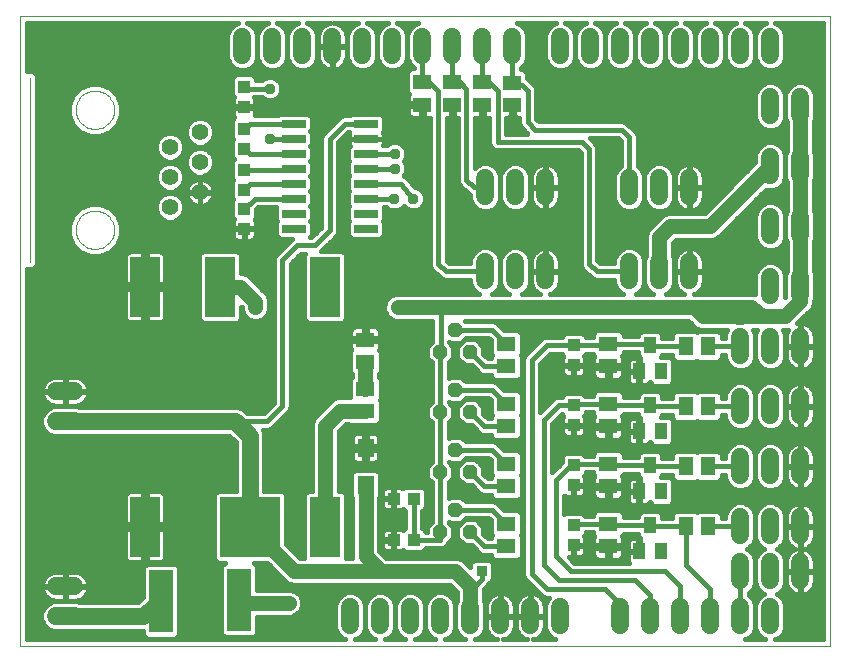
<source format=gtl>
G75*
%MOIN*%
%OFA0B0*%
%FSLAX24Y24*%
%IPPOS*%
%LPD*%
%AMOC8*
5,1,8,0,0,1.08239X$1,22.5*
%
%ADD10C,0.0000*%
%ADD11C,0.0600*%
%ADD12R,0.0394X0.0433*%
%ADD13R,0.0433X0.0394*%
%ADD14R,0.0394X0.0551*%
%ADD15R,0.0787X0.2087*%
%ADD16R,0.0800X0.0260*%
%ADD17C,0.0004*%
%ADD18C,0.0551*%
%ADD19R,0.0512X0.0630*%
%ADD20R,0.0591X0.0512*%
%ADD21R,0.1000X0.2000*%
%ADD22R,0.2000X0.2000*%
%ADD23R,0.0630X0.0512*%
%ADD24R,0.0551X0.0630*%
%ADD25OC8,0.0480*%
%ADD26OC8,0.0600*%
%ADD27C,0.0500*%
%ADD28C,0.0376*%
%ADD29C,0.0160*%
%ADD30R,0.0376X0.0376*%
%ADD31C,0.0560*%
D10*
X000714Y000450D02*
X000714Y021456D01*
X027714Y021456D01*
X027714Y000450D01*
X000714Y000450D01*
X002564Y014330D02*
X002566Y014380D01*
X002572Y014430D01*
X002582Y014479D01*
X002595Y014528D01*
X002613Y014575D01*
X002634Y014621D01*
X002658Y014664D01*
X002686Y014706D01*
X002717Y014746D01*
X002751Y014783D01*
X002788Y014817D01*
X002828Y014848D01*
X002870Y014876D01*
X002913Y014900D01*
X002959Y014921D01*
X003006Y014939D01*
X003055Y014952D01*
X003104Y014962D01*
X003154Y014968D01*
X003204Y014970D01*
X003254Y014968D01*
X003304Y014962D01*
X003353Y014952D01*
X003402Y014939D01*
X003449Y014921D01*
X003495Y014900D01*
X003538Y014876D01*
X003580Y014848D01*
X003620Y014817D01*
X003657Y014783D01*
X003691Y014746D01*
X003722Y014706D01*
X003750Y014664D01*
X003774Y014621D01*
X003795Y014575D01*
X003813Y014528D01*
X003826Y014479D01*
X003836Y014430D01*
X003842Y014380D01*
X003844Y014330D01*
X003842Y014280D01*
X003836Y014230D01*
X003826Y014181D01*
X003813Y014132D01*
X003795Y014085D01*
X003774Y014039D01*
X003750Y013996D01*
X003722Y013954D01*
X003691Y013914D01*
X003657Y013877D01*
X003620Y013843D01*
X003580Y013812D01*
X003538Y013784D01*
X003495Y013760D01*
X003449Y013739D01*
X003402Y013721D01*
X003353Y013708D01*
X003304Y013698D01*
X003254Y013692D01*
X003204Y013690D01*
X003154Y013692D01*
X003104Y013698D01*
X003055Y013708D01*
X003006Y013721D01*
X002959Y013739D01*
X002913Y013760D01*
X002870Y013784D01*
X002828Y013812D01*
X002788Y013843D01*
X002751Y013877D01*
X002717Y013914D01*
X002686Y013954D01*
X002658Y013996D01*
X002634Y014039D01*
X002613Y014085D01*
X002595Y014132D01*
X002582Y014181D01*
X002572Y014230D01*
X002566Y014280D01*
X002564Y014330D01*
X002564Y018330D02*
X002566Y018380D01*
X002572Y018430D01*
X002582Y018479D01*
X002595Y018528D01*
X002613Y018575D01*
X002634Y018621D01*
X002658Y018664D01*
X002686Y018706D01*
X002717Y018746D01*
X002751Y018783D01*
X002788Y018817D01*
X002828Y018848D01*
X002870Y018876D01*
X002913Y018900D01*
X002959Y018921D01*
X003006Y018939D01*
X003055Y018952D01*
X003104Y018962D01*
X003154Y018968D01*
X003204Y018970D01*
X003254Y018968D01*
X003304Y018962D01*
X003353Y018952D01*
X003402Y018939D01*
X003449Y018921D01*
X003495Y018900D01*
X003538Y018876D01*
X003580Y018848D01*
X003620Y018817D01*
X003657Y018783D01*
X003691Y018746D01*
X003722Y018706D01*
X003750Y018664D01*
X003774Y018621D01*
X003795Y018575D01*
X003813Y018528D01*
X003826Y018479D01*
X003836Y018430D01*
X003842Y018380D01*
X003844Y018330D01*
X003842Y018280D01*
X003836Y018230D01*
X003826Y018181D01*
X003813Y018132D01*
X003795Y018085D01*
X003774Y018039D01*
X003750Y017996D01*
X003722Y017954D01*
X003691Y017914D01*
X003657Y017877D01*
X003620Y017843D01*
X003580Y017812D01*
X003538Y017784D01*
X003495Y017760D01*
X003449Y017739D01*
X003402Y017721D01*
X003353Y017708D01*
X003304Y017698D01*
X003254Y017692D01*
X003204Y017690D01*
X003154Y017692D01*
X003104Y017698D01*
X003055Y017708D01*
X003006Y017721D01*
X002959Y017739D01*
X002913Y017760D01*
X002870Y017784D01*
X002828Y017812D01*
X002788Y017843D01*
X002751Y017877D01*
X002717Y017914D01*
X002686Y017954D01*
X002658Y017996D01*
X002634Y018039D01*
X002613Y018085D01*
X002595Y018132D01*
X002582Y018181D01*
X002572Y018230D01*
X002566Y018280D01*
X002564Y018330D01*
D11*
X008114Y020150D02*
X008114Y020750D01*
X009114Y020750D02*
X009114Y020150D01*
X010114Y020150D02*
X010114Y020750D01*
X011114Y020750D02*
X011114Y020150D01*
X012114Y020150D02*
X012114Y020750D01*
X013114Y020750D02*
X013114Y020150D01*
X014114Y020150D02*
X014114Y020750D01*
X015114Y020750D02*
X015114Y020150D01*
X016114Y020150D02*
X016114Y020750D01*
X017114Y020750D02*
X017114Y020150D01*
X018714Y020150D02*
X018714Y020750D01*
X019714Y020750D02*
X019714Y020150D01*
X020714Y020150D02*
X020714Y020750D01*
X021714Y020750D02*
X021714Y020150D01*
X022714Y020150D02*
X022714Y020750D01*
X023714Y020750D02*
X023714Y020150D01*
X024714Y020150D02*
X024714Y020750D01*
X025714Y020750D02*
X025714Y020150D01*
X025714Y018750D02*
X025714Y018150D01*
X026714Y018150D02*
X026714Y018750D01*
X026714Y016750D02*
X026714Y016150D01*
X025714Y016150D02*
X025714Y016750D01*
X025714Y014750D02*
X025714Y014150D01*
X026714Y014150D02*
X026714Y014750D01*
X026714Y012750D02*
X026714Y012150D01*
X025714Y012150D02*
X025714Y012750D01*
X025714Y010750D02*
X025714Y010150D01*
X026714Y010150D02*
X026714Y010750D01*
X024714Y010750D02*
X024714Y010150D01*
X024714Y008750D02*
X024714Y008150D01*
X025714Y008150D02*
X025714Y008750D01*
X026714Y008750D02*
X026714Y008150D01*
X026714Y006750D02*
X026714Y006150D01*
X025714Y006150D02*
X025714Y006750D01*
X024714Y006750D02*
X024714Y006150D01*
X024714Y004750D02*
X024714Y004150D01*
X024714Y003250D02*
X024714Y002650D01*
X025714Y002650D02*
X025714Y003250D01*
X025714Y004150D02*
X025714Y004750D01*
X026714Y004750D02*
X026714Y004150D01*
X026714Y003250D02*
X026714Y002650D01*
X025714Y001750D02*
X025714Y001150D01*
X024714Y001150D02*
X024714Y001750D01*
X023714Y001750D02*
X023714Y001150D01*
X022714Y001150D02*
X022714Y001750D01*
X021714Y001750D02*
X021714Y001150D01*
X020714Y001150D02*
X020714Y001750D01*
X018714Y001750D02*
X018714Y001150D01*
X017714Y001150D02*
X017714Y001750D01*
X016714Y001750D02*
X016714Y001150D01*
X015714Y001150D02*
X015714Y001750D01*
X014714Y001750D02*
X014714Y001150D01*
X013714Y001150D02*
X013714Y001750D01*
X012714Y001750D02*
X012714Y001150D01*
X011714Y001150D02*
X011714Y001750D01*
X002514Y001450D02*
X001914Y001450D01*
X001914Y002450D02*
X002514Y002450D01*
X002514Y007950D02*
X001914Y007950D01*
X001914Y008950D02*
X002514Y008950D01*
X016214Y012650D02*
X016214Y013250D01*
X017214Y013250D02*
X017214Y012650D01*
X018214Y012650D02*
X018214Y013250D01*
X021014Y013250D02*
X021014Y012650D01*
X022014Y012650D02*
X022014Y013250D01*
X023014Y013250D02*
X023014Y012650D01*
X023014Y015450D02*
X023014Y016050D01*
X022014Y016050D02*
X022014Y015450D01*
X021014Y015450D02*
X021014Y016050D01*
X018214Y016050D02*
X018214Y015450D01*
X017214Y015450D02*
X017214Y016050D01*
X016214Y016050D02*
X016214Y015450D01*
D12*
X019164Y010485D03*
X019164Y009815D03*
X019164Y008485D03*
X019164Y007815D03*
X019164Y006485D03*
X019164Y005815D03*
X019164Y004485D03*
X019164Y003815D03*
X008184Y014365D03*
X008184Y015035D03*
X008174Y015665D03*
X008174Y016335D03*
X008174Y017035D03*
X008174Y017705D03*
X008174Y018425D03*
X008174Y019095D03*
D13*
X013159Y005370D03*
X013828Y005370D03*
X013828Y003990D03*
X013159Y003990D03*
D14*
X021340Y003617D03*
X022088Y003617D03*
X021714Y004483D03*
X022088Y005617D03*
X021340Y005617D03*
X021714Y006483D03*
X022088Y007617D03*
X021340Y007617D03*
X021714Y008483D03*
X022088Y009617D03*
X021340Y009617D03*
X021714Y010483D03*
D15*
X008013Y001989D03*
X005415Y001950D03*
D16*
X009824Y014370D03*
X009824Y014870D03*
X009824Y015370D03*
X009824Y015870D03*
X009824Y016370D03*
X009824Y016870D03*
X009824Y017370D03*
X009824Y017870D03*
X012244Y017870D03*
X012244Y017370D03*
X012244Y016870D03*
X012244Y016370D03*
X012244Y015870D03*
X012244Y015370D03*
X012244Y014870D03*
X012244Y014370D03*
D17*
X001034Y013255D02*
X001034Y019405D01*
D18*
X005704Y017080D03*
X006704Y017580D03*
X006704Y016580D03*
X005704Y016080D03*
X006704Y015580D03*
X005704Y015080D03*
D19*
X022890Y010450D03*
X023638Y010450D03*
X023638Y008450D03*
X022890Y008450D03*
X022890Y006450D03*
X023638Y006450D03*
X023638Y004450D03*
X022890Y004450D03*
D20*
X017114Y018486D03*
X017114Y019234D03*
X016114Y019254D03*
X016114Y018506D03*
X015114Y018506D03*
X015114Y019254D03*
X014114Y019254D03*
X014114Y018506D03*
D21*
X010874Y012430D03*
X007374Y012430D03*
X004874Y012430D03*
X004874Y004430D03*
X010874Y004430D03*
D22*
X008374Y004430D03*
D23*
X012214Y008286D03*
X012214Y009034D03*
X012214Y009926D03*
X012214Y010674D03*
X016914Y010524D03*
X016914Y009776D03*
X016914Y008524D03*
X016914Y007776D03*
X016914Y006524D03*
X016914Y005776D03*
X016914Y004524D03*
X016914Y003776D03*
X020314Y003776D03*
X020314Y004524D03*
X020314Y005776D03*
X020314Y006524D03*
X020314Y007776D03*
X020314Y008524D03*
X020314Y009776D03*
X020314Y010524D03*
D24*
X012224Y007060D03*
X012224Y005820D03*
D25*
X014714Y006250D03*
X015214Y007000D03*
X015714Y006250D03*
X015214Y005000D03*
X015714Y004250D03*
X014714Y004250D03*
X014714Y008250D03*
X015214Y009000D03*
X015714Y008250D03*
X015714Y010250D03*
X015214Y011000D03*
X014714Y010250D03*
D26*
X024714Y011450D03*
D27*
X023474Y011450D01*
X023174Y011750D01*
X023844Y011750D01*
X024054Y011750D01*
X025064Y011750D01*
X025454Y011450D01*
X024714Y011450D01*
X025454Y011450D02*
X026214Y011450D01*
X026714Y011950D01*
X026714Y012450D01*
X026714Y014450D01*
X026714Y016450D01*
X026714Y018450D01*
X025714Y016450D02*
X023714Y014450D01*
X022384Y014450D01*
X022014Y014080D01*
X022014Y012950D01*
X023174Y011750D02*
X014724Y011750D01*
X013304Y011750D01*
X012214Y009926D02*
X012214Y009034D01*
X012214Y008286D02*
X011374Y008296D01*
X010874Y007796D01*
X010874Y004430D01*
X012224Y003450D02*
X012224Y005820D01*
X012224Y003450D02*
X012724Y002950D01*
X009854Y002950D01*
X008374Y004430D01*
X008013Y001989D02*
X008112Y001890D01*
X009664Y001890D01*
X012724Y002950D02*
X015214Y002950D01*
X015714Y002450D01*
X015714Y002320D01*
X015714Y001450D01*
X008554Y011750D02*
X008554Y011930D01*
X008054Y012430D01*
X007374Y012430D01*
D28*
X008554Y011750D03*
X013304Y011750D03*
X013174Y015370D03*
X013814Y015370D03*
X013194Y016370D03*
X013194Y016870D03*
X009034Y017370D03*
X009034Y019030D03*
X009664Y001890D03*
D29*
X010080Y001718D02*
X011214Y001718D01*
X011214Y001849D02*
X011214Y001051D01*
X011290Y000867D01*
X011431Y000726D01*
X011542Y000680D01*
X000944Y000680D01*
X000944Y013023D01*
X001131Y013023D01*
X001266Y013159D01*
X001266Y019501D01*
X001131Y019637D01*
X000944Y019637D01*
X000944Y021226D01*
X007957Y021226D01*
X007831Y021174D01*
X007690Y021033D01*
X007614Y020849D01*
X007614Y020051D01*
X007690Y019867D01*
X007831Y019726D01*
X008014Y019650D01*
X008213Y019650D01*
X008397Y019726D01*
X008538Y019867D01*
X008614Y020051D01*
X008690Y019867D01*
X008831Y019726D01*
X009014Y019650D01*
X009213Y019650D01*
X009397Y019726D01*
X009538Y019867D01*
X009614Y020051D01*
X009690Y019867D01*
X009831Y019726D01*
X010014Y019650D01*
X010213Y019650D01*
X010397Y019726D01*
X010538Y019867D01*
X010614Y020051D01*
X010614Y020849D01*
X010538Y021033D01*
X010397Y021174D01*
X010271Y021226D01*
X011051Y021226D01*
X011001Y021218D01*
X010930Y021195D01*
X010862Y021161D01*
X010801Y021116D01*
X010748Y021063D01*
X010703Y021002D01*
X010669Y020934D01*
X010646Y020862D01*
X010634Y020788D01*
X010634Y020470D01*
X011094Y020470D01*
X011094Y020430D01*
X011134Y020430D01*
X011134Y020470D01*
X011594Y020470D01*
X011594Y020788D01*
X011582Y020862D01*
X011559Y020934D01*
X011524Y021002D01*
X011480Y021063D01*
X011426Y021116D01*
X011365Y021161D01*
X011298Y021195D01*
X011226Y021218D01*
X011176Y021226D01*
X011957Y021226D01*
X011831Y021174D01*
X011690Y021033D01*
X011614Y020849D01*
X011614Y020051D01*
X011690Y019867D01*
X011831Y019726D01*
X012014Y019650D01*
X012213Y019650D01*
X012397Y019726D01*
X012538Y019867D01*
X012614Y020051D01*
X012690Y019867D01*
X012831Y019726D01*
X013014Y019650D01*
X013213Y019650D01*
X013397Y019726D01*
X013538Y019867D01*
X013614Y020051D01*
X013690Y019867D01*
X013831Y019726D01*
X013834Y019725D01*
X013834Y019710D01*
X013736Y019710D01*
X013619Y019593D01*
X013619Y018915D01*
X013670Y018864D01*
X013651Y018831D01*
X013639Y018786D01*
X013639Y018554D01*
X014066Y018554D01*
X014066Y018458D01*
X014162Y018458D01*
X014162Y018070D01*
X014364Y018070D01*
X014364Y013144D01*
X014406Y013041D01*
X014735Y012713D01*
X014838Y012670D01*
X015714Y012670D01*
X015714Y012551D01*
X015790Y012367D01*
X015931Y012226D01*
X015994Y012200D01*
X013214Y012200D01*
X013049Y012131D01*
X012922Y012005D01*
X012854Y011840D01*
X012854Y011660D01*
X012922Y011495D01*
X013049Y011369D01*
X013214Y011300D01*
X014444Y011300D01*
X014444Y010602D01*
X014274Y010432D01*
X014274Y010068D01*
X014434Y009908D01*
X014434Y008592D01*
X014274Y008432D01*
X014274Y008068D01*
X014434Y007908D01*
X014434Y006592D01*
X014274Y006432D01*
X014274Y006068D01*
X014434Y005908D01*
X014434Y004592D01*
X014274Y004432D01*
X014274Y004270D01*
X014245Y004270D01*
X014128Y004387D01*
X014108Y004387D01*
X014108Y004973D01*
X014128Y004973D01*
X014245Y005090D01*
X014245Y005650D01*
X014128Y005767D01*
X013529Y005767D01*
X013478Y005716D01*
X013445Y005735D01*
X013399Y005747D01*
X013178Y005747D01*
X013178Y005388D01*
X013141Y005388D01*
X013141Y005352D01*
X012763Y005352D01*
X012763Y005149D01*
X012775Y005104D01*
X012799Y005063D01*
X012832Y005029D01*
X012873Y005005D01*
X012919Y004993D01*
X013141Y004993D01*
X013141Y005352D01*
X013178Y005352D01*
X013178Y004993D01*
X013399Y004993D01*
X013445Y005005D01*
X013478Y005024D01*
X013529Y004973D01*
X013548Y004973D01*
X013548Y004387D01*
X013529Y004387D01*
X013478Y004336D01*
X013445Y004355D01*
X013399Y004367D01*
X013178Y004367D01*
X013178Y004008D01*
X013141Y004008D01*
X013141Y003972D01*
X012763Y003972D01*
X012763Y003769D01*
X012775Y003724D01*
X012799Y003683D01*
X012832Y003649D01*
X012873Y003625D01*
X012919Y003613D01*
X013141Y003613D01*
X013141Y003972D01*
X013178Y003972D01*
X013178Y003613D01*
X013399Y003613D01*
X013445Y003625D01*
X013478Y003644D01*
X013529Y003593D01*
X014128Y003593D01*
X014245Y003710D01*
X014769Y003710D01*
X014872Y003753D01*
X014951Y003831D01*
X014975Y003889D01*
X015154Y004068D01*
X015154Y004432D01*
X014994Y004592D01*
X014994Y004598D01*
X015032Y004560D01*
X015396Y004560D01*
X015556Y004720D01*
X016322Y004720D01*
X016399Y004643D01*
X016399Y004185D01*
X016434Y004150D01*
X016399Y004115D01*
X016399Y004056D01*
X016304Y004056D01*
X016154Y004206D01*
X016154Y004432D01*
X015896Y004690D01*
X015532Y004690D01*
X015274Y004432D01*
X015274Y004068D01*
X015532Y003810D01*
X015758Y003810D01*
X016029Y003539D01*
X016132Y003496D01*
X016399Y003496D01*
X016399Y003437D01*
X016516Y003320D01*
X017312Y003320D01*
X017429Y003437D01*
X017429Y004115D01*
X017393Y004150D01*
X017429Y004185D01*
X017429Y004863D01*
X017312Y004980D01*
X016854Y004980D01*
X016596Y005237D01*
X016493Y005280D01*
X015556Y005280D01*
X015396Y005440D01*
X015032Y005440D01*
X014994Y005402D01*
X014994Y005908D01*
X015154Y006068D01*
X015154Y006432D01*
X014994Y006592D01*
X014994Y006598D01*
X015032Y006560D01*
X015396Y006560D01*
X015556Y006720D01*
X016322Y006720D01*
X016399Y006643D01*
X016399Y006185D01*
X016434Y006150D01*
X016399Y006115D01*
X016399Y006056D01*
X016304Y006056D01*
X016154Y006206D01*
X016154Y006432D01*
X015896Y006690D01*
X015532Y006690D01*
X015274Y006432D01*
X015274Y006068D01*
X015532Y005810D01*
X015758Y005810D01*
X015950Y005617D01*
X016029Y005539D01*
X016132Y005496D01*
X016399Y005496D01*
X016399Y005437D01*
X016516Y005320D01*
X017312Y005320D01*
X017429Y005437D01*
X017429Y006115D01*
X017393Y006150D01*
X017429Y006185D01*
X017429Y006863D01*
X017312Y006980D01*
X016854Y006980D01*
X016596Y007237D01*
X016493Y007280D01*
X015556Y007280D01*
X015396Y007440D01*
X015032Y007440D01*
X014994Y007402D01*
X014994Y007908D01*
X015154Y008068D01*
X015154Y008432D01*
X014994Y008592D01*
X014994Y008598D01*
X015032Y008560D01*
X015396Y008560D01*
X015556Y008720D01*
X016322Y008720D01*
X016399Y008643D01*
X016399Y008185D01*
X016434Y008150D01*
X016399Y008115D01*
X016399Y008056D01*
X016304Y008056D01*
X016154Y008206D01*
X016154Y008432D01*
X015896Y008690D01*
X015532Y008690D01*
X015274Y008432D01*
X015274Y008068D01*
X015532Y007810D01*
X015758Y007810D01*
X016029Y007539D01*
X016132Y007496D01*
X016399Y007496D01*
X016399Y007437D01*
X016516Y007320D01*
X017312Y007320D01*
X017429Y007437D01*
X017429Y008115D01*
X017393Y008150D01*
X017429Y008185D01*
X017429Y008863D01*
X017312Y008980D01*
X016854Y008980D01*
X016596Y009237D01*
X016493Y009280D01*
X015556Y009280D01*
X015396Y009440D01*
X015032Y009440D01*
X014994Y009402D01*
X014994Y009908D01*
X015154Y010068D01*
X015154Y010432D01*
X015004Y010582D01*
X015004Y010588D01*
X015032Y010560D01*
X015396Y010560D01*
X015556Y010720D01*
X016322Y010720D01*
X016399Y010643D01*
X016399Y010185D01*
X016434Y010150D01*
X016399Y010115D01*
X016399Y010056D01*
X016304Y010056D01*
X016154Y010206D01*
X016154Y010432D01*
X015896Y010690D01*
X015532Y010690D01*
X015274Y010432D01*
X015274Y010068D01*
X015532Y009810D01*
X015758Y009810D01*
X016029Y009539D01*
X016132Y009496D01*
X016399Y009496D01*
X016399Y009437D01*
X016516Y009320D01*
X017312Y009320D01*
X017429Y009437D01*
X017429Y010115D01*
X017393Y010150D01*
X017429Y010185D01*
X017429Y010863D01*
X017312Y010980D01*
X016854Y010980D01*
X016596Y011237D01*
X016493Y011280D01*
X015556Y011280D01*
X015536Y011300D01*
X022987Y011300D01*
X023219Y011069D01*
X023384Y011000D01*
X024276Y011000D01*
X024214Y010849D01*
X024214Y010730D01*
X024094Y010730D01*
X024094Y010848D01*
X023977Y010965D01*
X023299Y010965D01*
X023264Y010930D01*
X023229Y010965D01*
X022551Y010965D01*
X022434Y010848D01*
X022434Y010730D01*
X022111Y010730D01*
X022111Y010842D01*
X021993Y010959D01*
X021434Y010959D01*
X021317Y010842D01*
X021317Y010804D01*
X020829Y010804D01*
X020829Y010863D01*
X020712Y010980D01*
X019916Y010980D01*
X019799Y010863D01*
X019799Y010765D01*
X019561Y010765D01*
X019561Y010784D01*
X019443Y010901D01*
X018884Y010901D01*
X018767Y010784D01*
X018767Y010765D01*
X018208Y010765D01*
X018105Y010722D01*
X018026Y010643D01*
X017526Y010143D01*
X017484Y010040D01*
X017484Y002794D01*
X017526Y002691D01*
X017605Y002613D01*
X018105Y002113D01*
X018208Y002070D01*
X018327Y002070D01*
X018290Y002033D01*
X018214Y001849D01*
X018214Y001051D01*
X018290Y000867D01*
X018431Y000726D01*
X018542Y000680D01*
X017815Y000680D01*
X017826Y000682D01*
X017898Y000705D01*
X017965Y000739D01*
X018026Y000784D01*
X018080Y000837D01*
X018124Y000898D01*
X018159Y000966D01*
X018182Y001038D01*
X018194Y001112D01*
X018194Y001430D01*
X017734Y001430D01*
X017734Y001470D01*
X018194Y001470D01*
X018194Y001788D01*
X018182Y001862D01*
X018159Y001934D01*
X018124Y002002D01*
X018080Y002063D01*
X018026Y002116D01*
X017965Y002161D01*
X017898Y002195D01*
X017826Y002218D01*
X017752Y002230D01*
X017734Y002230D01*
X017734Y001470D01*
X017694Y001470D01*
X017694Y002230D01*
X017676Y002230D01*
X017601Y002218D01*
X017530Y002195D01*
X017462Y002161D01*
X017401Y002116D01*
X017348Y002063D01*
X017303Y002002D01*
X017269Y001934D01*
X017246Y001862D01*
X017234Y001788D01*
X017234Y001470D01*
X017694Y001470D01*
X017694Y001430D01*
X017234Y001430D01*
X017234Y001112D01*
X017246Y001038D01*
X017269Y000966D01*
X017303Y000898D01*
X017348Y000837D01*
X017401Y000784D01*
X017462Y000739D01*
X017530Y000705D01*
X017601Y000682D01*
X017613Y000680D01*
X016815Y000680D01*
X016826Y000682D01*
X016898Y000705D01*
X016965Y000739D01*
X017026Y000784D01*
X017080Y000837D01*
X017124Y000898D01*
X017159Y000966D01*
X017182Y001038D01*
X017194Y001112D01*
X017194Y001430D01*
X016734Y001430D01*
X016734Y001470D01*
X017194Y001470D01*
X017194Y001788D01*
X017182Y001862D01*
X017159Y001934D01*
X017124Y002002D01*
X017080Y002063D01*
X017026Y002116D01*
X016965Y002161D01*
X016898Y002195D01*
X016826Y002218D01*
X016752Y002230D01*
X016734Y002230D01*
X016734Y001470D01*
X016694Y001470D01*
X016694Y002230D01*
X016676Y002230D01*
X016601Y002218D01*
X016530Y002195D01*
X016462Y002161D01*
X016401Y002116D01*
X016348Y002063D01*
X016303Y002002D01*
X016269Y001934D01*
X016246Y001862D01*
X016234Y001788D01*
X016234Y001470D01*
X016694Y001470D01*
X016694Y001430D01*
X016234Y001430D01*
X016234Y001112D01*
X016246Y001038D01*
X016269Y000966D01*
X016303Y000898D01*
X016348Y000837D01*
X016401Y000784D01*
X016462Y000739D01*
X016530Y000705D01*
X016601Y000682D01*
X016613Y000680D01*
X015886Y000680D01*
X015997Y000726D01*
X016138Y000867D01*
X016214Y001051D01*
X016214Y001849D01*
X016164Y001970D01*
X016164Y002374D01*
X016331Y002541D01*
X016340Y002562D01*
X016365Y002562D01*
X016482Y002679D01*
X016482Y003221D01*
X016365Y003338D01*
X015823Y003338D01*
X015706Y003221D01*
X015706Y003095D01*
X015469Y003331D01*
X015303Y003400D01*
X012910Y003400D01*
X012674Y003636D01*
X012674Y005397D01*
X012699Y005422D01*
X012699Y006218D01*
X012582Y006335D01*
X011865Y006335D01*
X011748Y006218D01*
X011748Y005422D01*
X011774Y005397D01*
X011774Y003400D01*
X011574Y003400D01*
X011574Y005513D01*
X011457Y005630D01*
X011324Y005630D01*
X011324Y007610D01*
X011558Y007844D01*
X011805Y007841D01*
X011816Y007830D01*
X012612Y007830D01*
X012729Y007947D01*
X012729Y008625D01*
X012693Y008660D01*
X012729Y008695D01*
X012729Y009373D01*
X012664Y009438D01*
X012664Y009522D01*
X012729Y009587D01*
X012729Y010265D01*
X012678Y010316D01*
X012696Y010349D01*
X012709Y010394D01*
X012709Y010626D01*
X012262Y010626D01*
X012262Y010722D01*
X012709Y010722D01*
X012709Y010954D01*
X012696Y010999D01*
X012673Y011040D01*
X012639Y011074D01*
X012598Y011098D01*
X012552Y011110D01*
X012262Y011110D01*
X012262Y010722D01*
X012166Y010722D01*
X012166Y011110D01*
X011875Y011110D01*
X011829Y011098D01*
X011788Y011074D01*
X011755Y011040D01*
X011731Y010999D01*
X011719Y010954D01*
X011719Y010722D01*
X012166Y010722D01*
X012166Y010626D01*
X011719Y010626D01*
X011719Y010394D01*
X011731Y010349D01*
X011750Y010316D01*
X011699Y010265D01*
X011699Y009587D01*
X011764Y009522D01*
X011764Y009438D01*
X011699Y009373D01*
X011699Y008742D01*
X011466Y008745D01*
X011463Y008746D01*
X011376Y008746D01*
X011290Y008747D01*
X011287Y008746D01*
X011284Y008746D01*
X011204Y008713D01*
X011123Y008680D01*
X011121Y008679D01*
X011119Y008677D01*
X011057Y008616D01*
X010995Y008555D01*
X010994Y008553D01*
X010492Y008051D01*
X010424Y007885D01*
X010424Y005630D01*
X010291Y005630D01*
X010174Y005513D01*
X010174Y003400D01*
X010040Y003400D01*
X009574Y003866D01*
X009574Y005513D01*
X009457Y005630D01*
X008854Y005630D01*
X008854Y007545D01*
X008802Y007670D01*
X008999Y007670D01*
X009102Y007713D01*
X009602Y008213D01*
X009681Y008291D01*
X009724Y008394D01*
X009724Y013194D01*
X010060Y013530D01*
X010191Y013530D01*
X010174Y013513D01*
X010174Y011347D01*
X010291Y011230D01*
X011457Y011230D01*
X011574Y011347D01*
X011574Y013513D01*
X011457Y013630D01*
X010750Y013630D01*
X011192Y014073D01*
X011271Y014151D01*
X011314Y014254D01*
X011314Y017254D01*
X011650Y017590D01*
X011688Y017590D01*
X011676Y017569D01*
X011664Y017524D01*
X011664Y017370D01*
X011664Y017216D01*
X011676Y017171D01*
X011696Y017135D01*
X011644Y017083D01*
X011644Y016657D01*
X011681Y016620D01*
X011644Y016583D01*
X011644Y016157D01*
X011681Y016120D01*
X011644Y016083D01*
X011644Y015657D01*
X011681Y015620D01*
X011644Y015583D01*
X011644Y015157D01*
X011681Y015120D01*
X011644Y015083D01*
X011644Y014657D01*
X011681Y014620D01*
X011644Y014583D01*
X011644Y014157D01*
X011761Y014040D01*
X012727Y014040D01*
X012844Y014157D01*
X012844Y014583D01*
X012807Y014620D01*
X012844Y014657D01*
X012844Y015083D01*
X012837Y015090D01*
X012905Y015090D01*
X012954Y015041D01*
X013097Y014982D01*
X013251Y014982D01*
X013394Y015041D01*
X013494Y015141D01*
X013594Y015041D01*
X013737Y014982D01*
X013891Y014982D01*
X014034Y015041D01*
X014143Y015150D01*
X014202Y015293D01*
X014202Y015447D01*
X014143Y015590D01*
X014034Y015699D01*
X013891Y015758D01*
X013858Y015758D01*
X013647Y016015D01*
X013641Y016029D01*
X013612Y016058D01*
X013585Y016091D01*
X013572Y016097D01*
X013562Y016107D01*
X013524Y016123D01*
X013506Y016133D01*
X013523Y016150D01*
X013582Y016293D01*
X013582Y016447D01*
X013523Y016590D01*
X013493Y016620D01*
X013523Y016650D01*
X013582Y016793D01*
X013582Y016947D01*
X013523Y017090D01*
X013414Y017199D01*
X013271Y017258D01*
X013117Y017258D01*
X012974Y017199D01*
X012925Y017150D01*
X012800Y017150D01*
X012812Y017171D01*
X012824Y017216D01*
X012824Y017370D01*
X012824Y017524D01*
X012812Y017569D01*
X012791Y017605D01*
X012844Y017657D01*
X012844Y018083D01*
X012727Y018200D01*
X011761Y018200D01*
X011711Y018150D01*
X011478Y018150D01*
X011375Y018107D01*
X011296Y018029D01*
X010796Y017529D01*
X010754Y017426D01*
X010754Y014426D01*
X010418Y014090D01*
X010357Y014090D01*
X010424Y014157D01*
X010424Y014583D01*
X010387Y014620D01*
X010424Y014657D01*
X010424Y015083D01*
X010387Y015120D01*
X010424Y015157D01*
X010424Y015583D01*
X010387Y015620D01*
X010424Y015657D01*
X010424Y016083D01*
X010387Y016120D01*
X010424Y016157D01*
X010424Y016583D01*
X010387Y016620D01*
X010424Y016657D01*
X010424Y017083D01*
X010387Y017120D01*
X010424Y017157D01*
X010424Y017583D01*
X010387Y017620D01*
X010424Y017657D01*
X010424Y018083D01*
X010307Y018200D01*
X009341Y018200D01*
X009291Y018150D01*
X008541Y018150D01*
X008551Y018185D01*
X008551Y018407D01*
X008192Y018407D01*
X008192Y018444D01*
X008551Y018444D01*
X008551Y018666D01*
X008538Y018711D01*
X008519Y018744D01*
X008525Y018750D01*
X008765Y018750D01*
X008814Y018701D01*
X008957Y018642D01*
X009111Y018642D01*
X009254Y018701D01*
X009363Y018810D01*
X009422Y018953D01*
X009422Y019107D01*
X009363Y019250D01*
X009254Y019359D01*
X009111Y019418D01*
X008957Y019418D01*
X008814Y019359D01*
X008765Y019310D01*
X008571Y019310D01*
X008571Y019394D01*
X008453Y019511D01*
X007894Y019511D01*
X007777Y019394D01*
X007777Y018795D01*
X007828Y018744D01*
X007809Y018711D01*
X007797Y018666D01*
X007797Y018444D01*
X008155Y018444D01*
X008155Y018407D01*
X007797Y018407D01*
X007797Y018185D01*
X007809Y018139D01*
X007833Y018098D01*
X007852Y018079D01*
X007777Y018004D01*
X007777Y017405D01*
X007812Y017370D01*
X007777Y017335D01*
X007777Y016736D01*
X007828Y016685D01*
X007777Y016634D01*
X007777Y016035D01*
X007812Y016000D01*
X007777Y015965D01*
X007777Y015366D01*
X007798Y015345D01*
X007787Y015334D01*
X007787Y014735D01*
X007838Y014684D01*
X007819Y014651D01*
X007807Y014606D01*
X007807Y014384D01*
X008165Y014384D01*
X008165Y014347D01*
X007807Y014347D01*
X007807Y014125D01*
X007819Y014079D01*
X007843Y014038D01*
X007876Y014005D01*
X007917Y013981D01*
X007963Y013969D01*
X008165Y013969D01*
X008165Y014347D01*
X008202Y014347D01*
X008202Y013969D01*
X008404Y013969D01*
X008450Y013981D01*
X008491Y014005D01*
X008525Y014038D01*
X008548Y014079D01*
X008561Y014125D01*
X008561Y014347D01*
X008202Y014347D01*
X008202Y014384D01*
X008561Y014384D01*
X008561Y014606D01*
X008548Y014651D01*
X008529Y014684D01*
X008581Y014735D01*
X008581Y015024D01*
X008650Y015090D01*
X009231Y015090D01*
X009224Y015083D01*
X009224Y014657D01*
X009261Y014620D01*
X009224Y014583D01*
X009224Y014157D01*
X009341Y014040D01*
X009778Y014040D01*
X009706Y013969D01*
X009206Y013469D01*
X009164Y013366D01*
X009164Y008566D01*
X008828Y008230D01*
X008273Y008230D01*
X008146Y008357D01*
X007969Y008430D01*
X002662Y008430D01*
X002613Y008450D01*
X001814Y008450D01*
X001631Y008374D01*
X001490Y008233D01*
X001414Y008049D01*
X001414Y007851D01*
X001490Y007667D01*
X001631Y007526D01*
X001814Y007450D01*
X002613Y007450D01*
X002662Y007470D01*
X007675Y007470D01*
X007894Y007251D01*
X007894Y005630D01*
X007291Y005630D01*
X007174Y005513D01*
X007174Y003347D01*
X007291Y003230D01*
X007534Y003230D01*
X007419Y003116D01*
X007419Y000863D01*
X007536Y000746D01*
X008490Y000746D01*
X008607Y000863D01*
X008607Y001440D01*
X009753Y001440D01*
X009919Y001509D01*
X010045Y001635D01*
X010114Y001800D01*
X010114Y001980D01*
X010045Y002145D01*
X009919Y002271D01*
X009753Y002340D01*
X008607Y002340D01*
X008607Y003116D01*
X008492Y003230D01*
X008937Y003230D01*
X009472Y002695D01*
X009599Y002569D01*
X009764Y002500D01*
X015027Y002500D01*
X015264Y002264D01*
X015264Y001970D01*
X015214Y001849D01*
X015214Y001051D01*
X015290Y000867D01*
X015431Y000726D01*
X015542Y000680D01*
X014886Y000680D01*
X014997Y000726D01*
X015138Y000867D01*
X015214Y001051D01*
X015214Y001849D01*
X015138Y002033D01*
X014997Y002174D01*
X014813Y002250D01*
X014614Y002250D01*
X014431Y002174D01*
X014290Y002033D01*
X014214Y001849D01*
X014214Y001051D01*
X014290Y000867D01*
X014431Y000726D01*
X014542Y000680D01*
X013886Y000680D01*
X013997Y000726D01*
X014138Y000867D01*
X014214Y001051D01*
X014214Y001849D01*
X014138Y002033D01*
X013997Y002174D01*
X013813Y002250D01*
X013614Y002250D01*
X013431Y002174D01*
X013290Y002033D01*
X013214Y001849D01*
X013214Y001051D01*
X013290Y000867D01*
X013431Y000726D01*
X013542Y000680D01*
X012886Y000680D01*
X012997Y000726D01*
X013138Y000867D01*
X013214Y001051D01*
X013214Y001849D01*
X013138Y002033D01*
X012997Y002174D01*
X012813Y002250D01*
X012614Y002250D01*
X012431Y002174D01*
X012290Y002033D01*
X012214Y001849D01*
X012214Y001051D01*
X012290Y000867D01*
X012431Y000726D01*
X012542Y000680D01*
X011886Y000680D01*
X011997Y000726D01*
X012138Y000867D01*
X012214Y001051D01*
X012214Y001849D01*
X012138Y002033D01*
X011997Y002174D01*
X011813Y002250D01*
X011614Y002250D01*
X011431Y002174D01*
X011290Y002033D01*
X011214Y001849D01*
X011225Y001877D02*
X010114Y001877D01*
X010091Y002035D02*
X011292Y002035D01*
X011478Y002194D02*
X009997Y002194D01*
X009739Y002511D02*
X008607Y002511D01*
X008607Y002669D02*
X009498Y002669D01*
X009340Y002828D02*
X008607Y002828D01*
X008607Y002986D02*
X009181Y002986D01*
X009023Y003145D02*
X008578Y003145D01*
X009574Y003937D02*
X010174Y003937D01*
X010174Y003779D02*
X009662Y003779D01*
X009820Y003620D02*
X010174Y003620D01*
X010174Y003462D02*
X009979Y003462D01*
X010174Y004096D02*
X009574Y004096D01*
X009574Y004254D02*
X010174Y004254D01*
X010174Y004413D02*
X009574Y004413D01*
X009574Y004571D02*
X010174Y004571D01*
X010174Y004730D02*
X009574Y004730D01*
X009574Y004888D02*
X010174Y004888D01*
X010174Y005047D02*
X009574Y005047D01*
X009574Y005205D02*
X010174Y005205D01*
X010174Y005364D02*
X009574Y005364D01*
X009565Y005522D02*
X010183Y005522D01*
X010424Y005681D02*
X008854Y005681D01*
X008854Y005839D02*
X010424Y005839D01*
X010424Y005998D02*
X008854Y005998D01*
X008854Y006156D02*
X010424Y006156D01*
X010424Y006315D02*
X008854Y006315D01*
X008854Y006473D02*
X010424Y006473D01*
X010424Y006632D02*
X008854Y006632D01*
X008854Y006790D02*
X010424Y006790D01*
X010424Y006949D02*
X008854Y006949D01*
X008854Y007107D02*
X010424Y007107D01*
X010424Y007266D02*
X008854Y007266D01*
X008854Y007424D02*
X010424Y007424D01*
X010424Y007583D02*
X008838Y007583D01*
X009131Y007741D02*
X010424Y007741D01*
X010430Y007900D02*
X009289Y007900D01*
X009448Y008058D02*
X010499Y008058D01*
X010658Y008217D02*
X009606Y008217D01*
X009716Y008375D02*
X010816Y008375D01*
X010975Y008534D02*
X009724Y008534D01*
X009724Y008692D02*
X011152Y008692D01*
X011699Y008851D02*
X009724Y008851D01*
X009724Y009009D02*
X011699Y009009D01*
X011699Y009168D02*
X009724Y009168D01*
X009724Y009326D02*
X011699Y009326D01*
X011764Y009485D02*
X009724Y009485D01*
X009724Y009643D02*
X011699Y009643D01*
X011699Y009802D02*
X009724Y009802D01*
X009724Y009960D02*
X011699Y009960D01*
X011699Y010119D02*
X009724Y010119D01*
X009724Y010277D02*
X011711Y010277D01*
X011719Y010436D02*
X009724Y010436D01*
X009724Y010594D02*
X011719Y010594D01*
X011719Y010753D02*
X009724Y010753D01*
X009724Y010911D02*
X011719Y010911D01*
X011784Y011070D02*
X009724Y011070D01*
X009724Y011228D02*
X014444Y011228D01*
X014444Y011070D02*
X012644Y011070D01*
X012709Y010911D02*
X014444Y010911D01*
X014444Y010753D02*
X012709Y010753D01*
X012709Y010594D02*
X014436Y010594D01*
X014277Y010436D02*
X012709Y010436D01*
X012716Y010277D02*
X014274Y010277D01*
X014274Y010119D02*
X012729Y010119D01*
X012729Y009960D02*
X014382Y009960D01*
X014434Y009802D02*
X012729Y009802D01*
X012729Y009643D02*
X014434Y009643D01*
X014434Y009485D02*
X012664Y009485D01*
X012729Y009326D02*
X014434Y009326D01*
X014434Y009168D02*
X012729Y009168D01*
X012729Y009009D02*
X014434Y009009D01*
X014434Y008851D02*
X012729Y008851D01*
X012725Y008692D02*
X014434Y008692D01*
X014375Y008534D02*
X012729Y008534D01*
X012729Y008375D02*
X014274Y008375D01*
X014274Y008217D02*
X012729Y008217D01*
X012729Y008058D02*
X014284Y008058D01*
X014434Y007900D02*
X012681Y007900D01*
X012569Y007543D02*
X012523Y007555D01*
X012282Y007555D01*
X012282Y007118D01*
X012679Y007118D01*
X012679Y007399D01*
X012667Y007445D01*
X012643Y007486D01*
X012610Y007519D01*
X012569Y007543D01*
X012673Y007424D02*
X014434Y007424D01*
X014434Y007266D02*
X012679Y007266D01*
X012282Y007266D02*
X012166Y007266D01*
X012166Y007118D02*
X012166Y007555D01*
X011924Y007555D01*
X011879Y007543D01*
X011838Y007519D01*
X011804Y007486D01*
X011780Y007445D01*
X011768Y007399D01*
X011768Y007118D01*
X012166Y007118D01*
X012282Y007118D01*
X012282Y007002D01*
X012679Y007002D01*
X012679Y006721D01*
X012667Y006676D01*
X012643Y006635D01*
X012610Y006601D01*
X012569Y006577D01*
X012523Y006565D01*
X012282Y006565D01*
X012282Y007002D01*
X012166Y007002D01*
X012166Y006565D01*
X011924Y006565D01*
X011879Y006577D01*
X011838Y006601D01*
X011804Y006635D01*
X011780Y006676D01*
X011768Y006721D01*
X011768Y007002D01*
X012166Y007002D01*
X012166Y007118D01*
X012166Y007107D02*
X011324Y007107D01*
X011324Y006949D02*
X011768Y006949D01*
X011768Y006790D02*
X011324Y006790D01*
X011324Y006632D02*
X011807Y006632D01*
X012166Y006632D02*
X012282Y006632D01*
X012282Y006790D02*
X012166Y006790D01*
X012166Y006949D02*
X012282Y006949D01*
X012282Y007107D02*
X014434Y007107D01*
X014434Y006949D02*
X012679Y006949D01*
X012679Y006790D02*
X014434Y006790D01*
X014434Y006632D02*
X012640Y006632D01*
X012603Y006315D02*
X014274Y006315D01*
X014274Y006156D02*
X012699Y006156D01*
X012699Y005998D02*
X014344Y005998D01*
X014434Y005839D02*
X012699Y005839D01*
X012699Y005681D02*
X012802Y005681D01*
X012799Y005677D02*
X012775Y005636D01*
X012763Y005591D01*
X012763Y005388D01*
X013141Y005388D01*
X013141Y005747D01*
X012919Y005747D01*
X012873Y005735D01*
X012832Y005711D01*
X012799Y005677D01*
X012763Y005522D02*
X012699Y005522D01*
X012674Y005364D02*
X013141Y005364D01*
X013141Y005522D02*
X013178Y005522D01*
X013178Y005681D02*
X013141Y005681D01*
X013141Y005205D02*
X013178Y005205D01*
X013178Y005047D02*
X013141Y005047D01*
X012815Y005047D02*
X012674Y005047D01*
X012674Y005205D02*
X012763Y005205D01*
X012674Y004888D02*
X013548Y004888D01*
X013548Y004730D02*
X012674Y004730D01*
X012674Y004571D02*
X013548Y004571D01*
X013548Y004413D02*
X012674Y004413D01*
X012674Y004254D02*
X012774Y004254D01*
X012775Y004256D02*
X012763Y004211D01*
X012763Y004008D01*
X013141Y004008D01*
X013141Y004367D01*
X012919Y004367D01*
X012873Y004355D01*
X012832Y004331D01*
X012799Y004297D01*
X012775Y004256D01*
X012763Y004096D02*
X012674Y004096D01*
X012674Y003937D02*
X012763Y003937D01*
X012763Y003779D02*
X012674Y003779D01*
X012690Y003620D02*
X012893Y003620D01*
X012849Y003462D02*
X016399Y003462D01*
X016400Y003303D02*
X017484Y003303D01*
X017484Y003145D02*
X016482Y003145D01*
X016482Y002986D02*
X017484Y002986D01*
X017484Y002828D02*
X016482Y002828D01*
X016472Y002669D02*
X017549Y002669D01*
X017707Y002511D02*
X016300Y002511D01*
X016164Y002352D02*
X017866Y002352D01*
X017901Y002194D02*
X018024Y002194D01*
X018100Y002035D02*
X018292Y002035D01*
X018225Y001877D02*
X018177Y001877D01*
X018194Y001718D02*
X018214Y001718D01*
X018214Y001560D02*
X018194Y001560D01*
X018194Y001401D02*
X018214Y001401D01*
X018214Y001243D02*
X018194Y001243D01*
X018189Y001084D02*
X018214Y001084D01*
X018266Y000926D02*
X018138Y000926D01*
X018003Y000767D02*
X018390Y000767D01*
X017424Y000767D02*
X017003Y000767D01*
X017138Y000926D02*
X017289Y000926D01*
X017238Y001084D02*
X017189Y001084D01*
X017194Y001243D02*
X017234Y001243D01*
X017234Y001401D02*
X017194Y001401D01*
X017194Y001560D02*
X017234Y001560D01*
X017234Y001718D02*
X017194Y001718D01*
X017177Y001877D02*
X017250Y001877D01*
X017328Y002035D02*
X017100Y002035D01*
X016901Y002194D02*
X017527Y002194D01*
X017694Y002194D02*
X017734Y002194D01*
X017734Y002035D02*
X017694Y002035D01*
X017694Y001877D02*
X017734Y001877D01*
X017734Y001718D02*
X017694Y001718D01*
X017694Y001560D02*
X017734Y001560D01*
X018264Y002350D02*
X017764Y002850D01*
X017764Y009985D01*
X018264Y010485D01*
X019164Y010485D01*
X020274Y010485D01*
X020314Y010524D01*
X021673Y010524D01*
X021714Y010483D01*
X021747Y010450D01*
X022890Y010450D01*
X022434Y010170D02*
X022434Y010052D01*
X022551Y009935D01*
X023229Y009935D01*
X023264Y009970D01*
X023299Y009935D01*
X023977Y009935D01*
X024094Y010052D01*
X024094Y010170D01*
X024214Y010170D01*
X024214Y010051D01*
X024290Y009867D01*
X024431Y009726D01*
X024614Y009650D01*
X024813Y009650D01*
X024997Y009726D01*
X025138Y009867D01*
X025214Y010051D01*
X025290Y009867D01*
X025431Y009726D01*
X025614Y009650D01*
X025813Y009650D01*
X025997Y009726D01*
X026138Y009867D01*
X026214Y010051D01*
X026214Y010849D01*
X026151Y011000D01*
X026302Y011000D01*
X026269Y010934D01*
X026246Y010862D01*
X026234Y010788D01*
X026234Y010470D01*
X026694Y010470D01*
X026694Y011230D01*
X026676Y011230D01*
X026622Y011221D01*
X027095Y011695D01*
X027164Y011860D01*
X027164Y011930D01*
X027214Y012051D01*
X027214Y012849D01*
X027164Y012970D01*
X027164Y013930D01*
X027214Y014051D01*
X027214Y014849D01*
X027164Y014970D01*
X027164Y015930D01*
X027214Y016051D01*
X027214Y016849D01*
X027164Y016970D01*
X027164Y017930D01*
X027214Y018051D01*
X027214Y018849D01*
X027138Y019033D01*
X026997Y019174D01*
X026813Y019250D01*
X026614Y019250D01*
X026431Y019174D01*
X026290Y019033D01*
X026214Y018849D01*
X026214Y018051D01*
X026264Y017930D01*
X026264Y016970D01*
X026214Y016849D01*
X026214Y016051D01*
X026264Y015930D01*
X026264Y014970D01*
X026214Y014849D01*
X026214Y014051D01*
X026264Y013930D01*
X026264Y012970D01*
X026214Y012849D01*
X026214Y012086D01*
X026214Y012849D01*
X026138Y013033D01*
X025997Y013174D01*
X025813Y013250D01*
X025614Y013250D01*
X025431Y013174D01*
X025290Y013033D01*
X025214Y012849D01*
X025214Y012176D01*
X025209Y012177D01*
X025153Y012200D01*
X025123Y012200D01*
X025094Y012208D01*
X025035Y012200D01*
X023182Y012200D01*
X023198Y012205D01*
X023265Y012239D01*
X023326Y012284D01*
X023380Y012337D01*
X023424Y012398D01*
X023459Y012466D01*
X023482Y012538D01*
X023494Y012612D01*
X023494Y012930D01*
X023034Y012930D01*
X023034Y012970D01*
X023494Y012970D01*
X023494Y013288D01*
X023482Y013362D01*
X023459Y013434D01*
X023424Y013502D01*
X023380Y013563D01*
X023326Y013616D01*
X023265Y013661D01*
X023198Y013695D01*
X023126Y013718D01*
X023052Y013730D01*
X023034Y013730D01*
X023034Y012970D01*
X022994Y012970D01*
X022994Y013730D01*
X022976Y013730D01*
X022901Y013718D01*
X022830Y013695D01*
X022762Y013661D01*
X022701Y013616D01*
X022648Y013563D01*
X022603Y013502D01*
X022569Y013434D01*
X022546Y013362D01*
X022534Y013288D01*
X022534Y012970D01*
X022994Y012970D01*
X022994Y012930D01*
X022534Y012930D01*
X022534Y012612D01*
X022546Y012538D01*
X022569Y012466D01*
X022603Y012398D01*
X022648Y012337D01*
X022701Y012284D01*
X022762Y012239D01*
X022830Y012205D01*
X022845Y012200D01*
X022234Y012200D01*
X022297Y012226D01*
X022438Y012367D01*
X022514Y012551D01*
X022514Y013349D01*
X022464Y013470D01*
X022464Y013894D01*
X022570Y014000D01*
X023803Y014000D01*
X023969Y014069D01*
X025569Y015669D01*
X025614Y015650D01*
X025813Y015650D01*
X025997Y015726D01*
X026138Y015867D01*
X026214Y016051D01*
X026214Y016849D01*
X026138Y017033D01*
X025997Y017174D01*
X025813Y017250D01*
X025614Y017250D01*
X025431Y017174D01*
X025290Y017033D01*
X025214Y016849D01*
X025214Y016586D01*
X023527Y014900D01*
X022294Y014900D01*
X022129Y014831D01*
X022002Y014705D01*
X021632Y014335D01*
X021564Y014170D01*
X021564Y013470D01*
X021514Y013349D01*
X021514Y012551D01*
X021590Y012367D01*
X021731Y012226D01*
X021794Y012200D01*
X021234Y012200D01*
X021297Y012226D01*
X021438Y012367D01*
X021514Y012551D01*
X021514Y013349D01*
X021438Y013533D01*
X021297Y013674D01*
X021113Y013750D01*
X020914Y013750D01*
X020731Y013674D01*
X020590Y013533D01*
X020514Y013349D01*
X020514Y013230D01*
X020040Y013230D01*
X019954Y013316D01*
X019954Y017066D01*
X019911Y017169D01*
X019832Y017247D01*
X019690Y017390D01*
X020648Y017390D01*
X020734Y017304D01*
X020734Y016475D01*
X020731Y016474D01*
X020590Y016333D01*
X020514Y016149D01*
X020514Y015351D01*
X020590Y015167D01*
X020731Y015026D01*
X020914Y014950D01*
X021113Y014950D01*
X021297Y015026D01*
X021438Y015167D01*
X021514Y015351D01*
X021590Y015167D01*
X021731Y015026D01*
X021914Y014950D01*
X022113Y014950D01*
X022297Y015026D01*
X022438Y015167D01*
X022514Y015351D01*
X022514Y016149D01*
X022438Y016333D01*
X022297Y016474D01*
X022113Y016550D01*
X021914Y016550D01*
X021731Y016474D01*
X021590Y016333D01*
X021514Y016149D01*
X021514Y015351D01*
X021514Y016149D01*
X021438Y016333D01*
X021297Y016474D01*
X021294Y016475D01*
X021294Y017476D01*
X021251Y017579D01*
X021172Y017657D01*
X020922Y017907D01*
X020819Y017950D01*
X018000Y017950D01*
X017914Y018036D01*
X017914Y019026D01*
X017871Y019129D01*
X017671Y019329D01*
X017609Y019391D01*
X017609Y019573D01*
X017492Y019690D01*
X017394Y019690D01*
X017394Y019725D01*
X017397Y019726D01*
X017538Y019867D01*
X017614Y020051D01*
X017614Y020849D01*
X017538Y021033D01*
X017397Y021174D01*
X017271Y021226D01*
X018557Y021226D01*
X018431Y021174D01*
X018290Y021033D01*
X018214Y020849D01*
X018214Y020051D01*
X018290Y019867D01*
X018431Y019726D01*
X018614Y019650D01*
X018813Y019650D01*
X018997Y019726D01*
X019138Y019867D01*
X019214Y020051D01*
X019290Y019867D01*
X019431Y019726D01*
X019614Y019650D01*
X019813Y019650D01*
X019997Y019726D01*
X020138Y019867D01*
X020214Y020051D01*
X020290Y019867D01*
X020431Y019726D01*
X020614Y019650D01*
X020813Y019650D01*
X020997Y019726D01*
X021138Y019867D01*
X021214Y020051D01*
X021290Y019867D01*
X021431Y019726D01*
X021614Y019650D01*
X021813Y019650D01*
X021997Y019726D01*
X022138Y019867D01*
X022214Y020051D01*
X022290Y019867D01*
X022431Y019726D01*
X022614Y019650D01*
X022813Y019650D01*
X022997Y019726D01*
X023138Y019867D01*
X023214Y020051D01*
X023290Y019867D01*
X023431Y019726D01*
X023614Y019650D01*
X023813Y019650D01*
X023997Y019726D01*
X024138Y019867D01*
X024214Y020051D01*
X024290Y019867D01*
X024431Y019726D01*
X024614Y019650D01*
X024813Y019650D01*
X024997Y019726D01*
X025138Y019867D01*
X025214Y020051D01*
X025290Y019867D01*
X025431Y019726D01*
X025614Y019650D01*
X025813Y019650D01*
X025997Y019726D01*
X026138Y019867D01*
X026214Y020051D01*
X026214Y020849D01*
X026138Y021033D01*
X025997Y021174D01*
X025871Y021226D01*
X027484Y021226D01*
X027484Y000680D01*
X025886Y000680D01*
X025997Y000726D01*
X026138Y000867D01*
X026214Y001051D01*
X026214Y001849D01*
X026138Y002033D01*
X025997Y002174D01*
X025934Y002200D01*
X025997Y002226D01*
X026138Y002367D01*
X026214Y002551D01*
X026214Y003349D01*
X026138Y003533D01*
X025997Y003674D01*
X025934Y003700D01*
X025997Y003726D01*
X026138Y003867D01*
X026214Y004051D01*
X026214Y004849D01*
X026138Y005033D01*
X025997Y005174D01*
X025813Y005250D01*
X025614Y005250D01*
X025431Y005174D01*
X025290Y005033D01*
X025214Y004849D01*
X025214Y004051D01*
X025290Y003867D01*
X025431Y003726D01*
X025494Y003700D01*
X025431Y003674D01*
X025290Y003533D01*
X025214Y003349D01*
X025214Y002551D01*
X025290Y002367D01*
X025431Y002226D01*
X025494Y002200D01*
X025431Y002174D01*
X025290Y002033D01*
X025214Y001849D01*
X025214Y001051D01*
X025290Y000867D01*
X025431Y000726D01*
X025542Y000680D01*
X024886Y000680D01*
X024997Y000726D01*
X025138Y000867D01*
X025214Y001051D01*
X025214Y001849D01*
X025138Y002033D01*
X024997Y002174D01*
X024994Y002175D01*
X024994Y002225D01*
X024997Y002226D01*
X025138Y002367D01*
X025214Y002551D01*
X025214Y003349D01*
X025138Y003533D01*
X024997Y003674D01*
X024934Y003700D01*
X024997Y003726D01*
X025138Y003867D01*
X025214Y004051D01*
X025214Y004849D01*
X025138Y005033D01*
X024997Y005174D01*
X024813Y005250D01*
X024614Y005250D01*
X024431Y005174D01*
X024290Y005033D01*
X024214Y004849D01*
X024214Y004730D01*
X024094Y004730D01*
X024094Y004848D01*
X023977Y004965D01*
X023299Y004965D01*
X023264Y004930D01*
X023229Y004965D01*
X022551Y004965D01*
X022434Y004848D01*
X022434Y004730D01*
X022111Y004730D01*
X022111Y004842D01*
X021993Y004959D01*
X021434Y004959D01*
X021317Y004842D01*
X021317Y004763D01*
X020829Y004763D01*
X020829Y004863D01*
X020712Y004980D01*
X019916Y004980D01*
X019799Y004863D01*
X019799Y004804D01*
X019541Y004804D01*
X019443Y004901D01*
X018884Y004901D01*
X018844Y004861D01*
X018844Y005467D01*
X018856Y005455D01*
X018897Y005431D01*
X018943Y005419D01*
X019145Y005419D01*
X019145Y005797D01*
X019182Y005797D01*
X019182Y005419D01*
X019384Y005419D01*
X019430Y005431D01*
X019471Y005455D01*
X019505Y005488D01*
X019528Y005529D01*
X019541Y005575D01*
X019541Y005797D01*
X019182Y005797D01*
X019182Y005834D01*
X019541Y005834D01*
X019541Y006056D01*
X019528Y006101D01*
X019509Y006134D01*
X019561Y006185D01*
X019561Y006244D01*
X019799Y006244D01*
X019799Y006185D01*
X019850Y006134D01*
X019831Y006101D01*
X019819Y006056D01*
X019819Y005824D01*
X020266Y005824D01*
X020266Y005728D01*
X020362Y005728D01*
X020362Y005824D01*
X020809Y005824D01*
X020809Y006056D01*
X020796Y006101D01*
X020778Y006134D01*
X020829Y006185D01*
X020829Y006203D01*
X021317Y006203D01*
X021317Y006125D01*
X021369Y006073D01*
X021358Y006073D01*
X021358Y005635D01*
X021321Y005635D01*
X021321Y005599D01*
X020963Y005599D01*
X020963Y005318D01*
X020975Y005272D01*
X020999Y005231D01*
X021032Y005197D01*
X021073Y005174D01*
X021119Y005161D01*
X021321Y005161D01*
X021321Y005598D01*
X021358Y005598D01*
X021358Y005161D01*
X021560Y005161D01*
X021606Y005174D01*
X021647Y005197D01*
X021681Y005231D01*
X021695Y005255D01*
X021808Y005141D01*
X022367Y005141D01*
X022485Y005258D01*
X022485Y005975D01*
X022367Y006093D01*
X022079Y006093D01*
X022111Y006125D01*
X022111Y006170D01*
X022434Y006170D01*
X022434Y006052D01*
X022551Y005935D01*
X023229Y005935D01*
X023264Y005970D01*
X023299Y005935D01*
X023977Y005935D01*
X024094Y006052D01*
X024094Y006170D01*
X024214Y006170D01*
X024214Y006051D01*
X024290Y005867D01*
X024431Y005726D01*
X024614Y005650D01*
X024813Y005650D01*
X024997Y005726D01*
X025138Y005867D01*
X025214Y006051D01*
X025290Y005867D01*
X025431Y005726D01*
X025614Y005650D01*
X025813Y005650D01*
X025997Y005726D01*
X026138Y005867D01*
X026214Y006051D01*
X026214Y006849D01*
X026138Y007033D01*
X025997Y007174D01*
X025813Y007250D01*
X025614Y007250D01*
X025431Y007174D01*
X025290Y007033D01*
X025214Y006849D01*
X025214Y006051D01*
X025214Y006849D01*
X025138Y007033D01*
X024997Y007174D01*
X024813Y007250D01*
X024614Y007250D01*
X024431Y007174D01*
X024290Y007033D01*
X024214Y006849D01*
X024214Y006730D01*
X024094Y006730D01*
X024094Y006848D01*
X023977Y006965D01*
X023299Y006965D01*
X023264Y006930D01*
X023229Y006965D01*
X022551Y006965D01*
X022434Y006848D01*
X022434Y006730D01*
X022111Y006730D01*
X022111Y006842D01*
X021993Y006959D01*
X021434Y006959D01*
X021317Y006842D01*
X021317Y006763D01*
X020829Y006763D01*
X020829Y006863D01*
X020712Y006980D01*
X019916Y006980D01*
X019799Y006863D01*
X019799Y006804D01*
X019541Y006804D01*
X019443Y006901D01*
X018884Y006901D01*
X018767Y006784D01*
X018767Y006584D01*
X018444Y006261D01*
X018444Y007869D01*
X018767Y008192D01*
X018767Y008185D01*
X018818Y008134D01*
X018799Y008101D01*
X018787Y008056D01*
X018787Y007834D01*
X019145Y007834D01*
X019145Y007797D01*
X018787Y007797D01*
X018787Y007575D01*
X018799Y007529D01*
X018823Y007488D01*
X018856Y007455D01*
X018897Y007431D01*
X018943Y007419D01*
X019145Y007419D01*
X019145Y007797D01*
X019182Y007797D01*
X019182Y007419D01*
X019384Y007419D01*
X019430Y007431D01*
X019471Y007455D01*
X019505Y007488D01*
X019528Y007529D01*
X019541Y007575D01*
X019541Y007797D01*
X019182Y007797D01*
X019182Y007834D01*
X019541Y007834D01*
X019541Y008056D01*
X019528Y008101D01*
X019509Y008134D01*
X019561Y008185D01*
X019561Y008244D01*
X019799Y008244D01*
X019799Y008185D01*
X019850Y008134D01*
X019831Y008101D01*
X019819Y008056D01*
X019819Y007824D01*
X020266Y007824D01*
X020266Y007728D01*
X020362Y007728D01*
X020362Y007824D01*
X020809Y007824D01*
X020809Y008056D01*
X020796Y008101D01*
X020778Y008134D01*
X020829Y008185D01*
X020829Y008203D01*
X021317Y008203D01*
X021317Y008125D01*
X021369Y008073D01*
X021358Y008073D01*
X021358Y007635D01*
X021321Y007635D01*
X021321Y007599D01*
X020963Y007599D01*
X020963Y007318D01*
X020975Y007272D01*
X020999Y007231D01*
X021032Y007197D01*
X021073Y007174D01*
X021119Y007161D01*
X021321Y007161D01*
X021321Y007598D01*
X021358Y007598D01*
X021358Y007161D01*
X021560Y007161D01*
X021606Y007174D01*
X021647Y007197D01*
X021681Y007231D01*
X021695Y007255D01*
X021808Y007141D01*
X022367Y007141D01*
X022485Y007258D01*
X022485Y007975D01*
X022367Y008093D01*
X022079Y008093D01*
X022111Y008125D01*
X022111Y008170D01*
X022434Y008170D01*
X022434Y008052D01*
X022551Y007935D01*
X023229Y007935D01*
X023264Y007970D01*
X023299Y007935D01*
X023977Y007935D01*
X024094Y008052D01*
X024094Y008170D01*
X024214Y008170D01*
X024214Y008051D01*
X024290Y007867D01*
X024431Y007726D01*
X024614Y007650D01*
X024813Y007650D01*
X024997Y007726D01*
X025138Y007867D01*
X025214Y008051D01*
X025290Y007867D01*
X025431Y007726D01*
X025614Y007650D01*
X025813Y007650D01*
X025997Y007726D01*
X026138Y007867D01*
X026214Y008051D01*
X026214Y008849D01*
X026138Y009033D01*
X025997Y009174D01*
X025813Y009250D01*
X025614Y009250D01*
X025431Y009174D01*
X025290Y009033D01*
X025214Y008849D01*
X025214Y008051D01*
X025214Y008849D01*
X025138Y009033D01*
X024997Y009174D01*
X024813Y009250D01*
X024614Y009250D01*
X024431Y009174D01*
X024290Y009033D01*
X024214Y008849D01*
X024214Y008730D01*
X024094Y008730D01*
X024094Y008848D01*
X023977Y008965D01*
X023299Y008965D01*
X023264Y008930D01*
X023229Y008965D01*
X022551Y008965D01*
X022434Y008848D01*
X022434Y008730D01*
X022111Y008730D01*
X022111Y008842D01*
X021993Y008959D01*
X021434Y008959D01*
X021317Y008842D01*
X021317Y008763D01*
X020829Y008763D01*
X020829Y008863D01*
X020712Y008980D01*
X019916Y008980D01*
X019799Y008863D01*
X019799Y008804D01*
X019541Y008804D01*
X019443Y008901D01*
X018884Y008901D01*
X018767Y008784D01*
X018767Y008765D01*
X018608Y008765D01*
X018505Y008722D01*
X018426Y008643D01*
X018044Y008261D01*
X018044Y009869D01*
X018380Y010205D01*
X018767Y010205D01*
X018767Y010185D01*
X018818Y010134D01*
X018799Y010101D01*
X018787Y010056D01*
X018787Y009834D01*
X019145Y009834D01*
X019145Y009797D01*
X018787Y009797D01*
X018787Y009575D01*
X018799Y009529D01*
X018823Y009488D01*
X018856Y009455D01*
X018897Y009431D01*
X018943Y009419D01*
X019145Y009419D01*
X019145Y009797D01*
X019182Y009797D01*
X019182Y009419D01*
X019384Y009419D01*
X019430Y009431D01*
X019471Y009455D01*
X019505Y009488D01*
X019528Y009529D01*
X019541Y009575D01*
X019541Y009797D01*
X019182Y009797D01*
X019182Y009834D01*
X019541Y009834D01*
X019541Y010056D01*
X019528Y010101D01*
X019509Y010134D01*
X019561Y010185D01*
X019561Y010205D01*
X019799Y010205D01*
X019799Y010185D01*
X019850Y010134D01*
X019831Y010101D01*
X019819Y010056D01*
X019819Y009824D01*
X020266Y009824D01*
X020266Y009728D01*
X020362Y009728D01*
X020362Y009824D01*
X020809Y009824D01*
X020809Y010056D01*
X020796Y010101D01*
X020778Y010134D01*
X020829Y010185D01*
X020829Y010244D01*
X021317Y010244D01*
X021317Y010125D01*
X021369Y010073D01*
X021358Y010073D01*
X021358Y009635D01*
X021321Y009635D01*
X021321Y009599D01*
X020963Y009599D01*
X020963Y009318D01*
X020975Y009272D01*
X020999Y009231D01*
X021032Y009197D01*
X021073Y009174D01*
X021119Y009161D01*
X021321Y009161D01*
X021321Y009598D01*
X021358Y009598D01*
X021358Y009161D01*
X021560Y009161D01*
X021606Y009174D01*
X021647Y009197D01*
X021681Y009231D01*
X021695Y009255D01*
X021808Y009141D01*
X022367Y009141D01*
X022485Y009258D01*
X022485Y009975D01*
X022367Y010093D01*
X022079Y010093D01*
X022111Y010125D01*
X022111Y010170D01*
X022434Y010170D01*
X022434Y010119D02*
X022105Y010119D01*
X022485Y009960D02*
X022526Y009960D01*
X022485Y009802D02*
X024355Y009802D01*
X024251Y009960D02*
X024002Y009960D01*
X024094Y010119D02*
X024214Y010119D01*
X024714Y010450D02*
X023638Y010450D01*
X024094Y010753D02*
X024214Y010753D01*
X024239Y010911D02*
X024030Y010911D01*
X023218Y011070D02*
X016764Y011070D01*
X016606Y011228D02*
X023059Y011228D01*
X022497Y010911D02*
X022041Y010911D01*
X022111Y010753D02*
X022434Y010753D01*
X021386Y010911D02*
X020780Y010911D01*
X020787Y010119D02*
X021323Y010119D01*
X021321Y010073D02*
X021119Y010073D01*
X021073Y010060D01*
X021032Y010037D01*
X020999Y010003D01*
X020975Y009962D01*
X020963Y009916D01*
X020963Y009635D01*
X021321Y009635D01*
X021321Y010073D01*
X021321Y009960D02*
X021358Y009960D01*
X021358Y009802D02*
X021321Y009802D01*
X021321Y009643D02*
X021358Y009643D01*
X021358Y009485D02*
X021321Y009485D01*
X021321Y009326D02*
X021358Y009326D01*
X021358Y009168D02*
X021321Y009168D01*
X021096Y009168D02*
X018044Y009168D01*
X018044Y009326D02*
X020963Y009326D01*
X020963Y009485D02*
X020806Y009485D01*
X020809Y009496D02*
X020809Y009728D01*
X020362Y009728D01*
X020362Y009340D01*
X020652Y009340D01*
X020698Y009352D01*
X020739Y009376D01*
X020773Y009410D01*
X020796Y009451D01*
X020809Y009496D01*
X020809Y009643D02*
X020963Y009643D01*
X020963Y009802D02*
X020362Y009802D01*
X020266Y009802D02*
X019182Y009802D01*
X019145Y009802D02*
X018044Y009802D01*
X018044Y009643D02*
X018787Y009643D01*
X018827Y009485D02*
X018044Y009485D01*
X018044Y009009D02*
X024280Y009009D01*
X024214Y008851D02*
X024091Y008851D01*
X024424Y009168D02*
X022394Y009168D01*
X022485Y009326D02*
X027484Y009326D01*
X027484Y009168D02*
X026952Y009168D01*
X026965Y009161D02*
X026898Y009195D01*
X026826Y009218D01*
X026752Y009230D01*
X026734Y009230D01*
X026734Y008470D01*
X027194Y008470D01*
X027194Y008788D01*
X027182Y008862D01*
X027159Y008934D01*
X027124Y009002D01*
X027080Y009063D01*
X027026Y009116D01*
X026965Y009161D01*
X027119Y009009D02*
X027484Y009009D01*
X027484Y008851D02*
X027184Y008851D01*
X027194Y008692D02*
X027484Y008692D01*
X027484Y008534D02*
X027194Y008534D01*
X027194Y008430D02*
X026734Y008430D01*
X026734Y008470D01*
X026694Y008470D01*
X026694Y009230D01*
X026676Y009230D01*
X026601Y009218D01*
X026530Y009195D01*
X026462Y009161D01*
X026401Y009116D01*
X026348Y009063D01*
X026303Y009002D01*
X026269Y008934D01*
X026246Y008862D01*
X026234Y008788D01*
X026234Y008470D01*
X026694Y008470D01*
X026694Y008430D01*
X026734Y008430D01*
X026734Y007670D01*
X026752Y007670D01*
X026826Y007682D01*
X026898Y007705D01*
X026965Y007739D01*
X027026Y007784D01*
X027080Y007837D01*
X027124Y007898D01*
X027159Y007966D01*
X027182Y008038D01*
X027194Y008112D01*
X027194Y008430D01*
X027194Y008375D02*
X027484Y008375D01*
X027484Y008217D02*
X027194Y008217D01*
X027185Y008058D02*
X027484Y008058D01*
X027484Y007900D02*
X027125Y007900D01*
X026967Y007741D02*
X027484Y007741D01*
X027484Y007583D02*
X022485Y007583D01*
X022485Y007741D02*
X024416Y007741D01*
X024276Y007900D02*
X022485Y007900D01*
X022434Y008058D02*
X022402Y008058D01*
X022890Y008450D02*
X021747Y008450D01*
X021714Y008483D01*
X020355Y008483D01*
X020314Y008524D01*
X019203Y008524D01*
X019164Y008485D01*
X018664Y008485D01*
X018164Y007985D01*
X018164Y003150D01*
X018664Y002650D01*
X021214Y002650D01*
X021714Y002150D01*
X021714Y001450D01*
X022714Y001450D02*
X022714Y002450D01*
X022214Y002950D01*
X019064Y002950D01*
X018564Y003450D01*
X018564Y005985D01*
X019064Y006485D01*
X019164Y006485D01*
X019203Y006524D01*
X020314Y006524D01*
X020355Y006483D01*
X021714Y006483D01*
X021747Y006450D01*
X022890Y006450D01*
X022434Y006156D02*
X022111Y006156D01*
X022462Y005998D02*
X022489Y005998D01*
X022485Y005839D02*
X024318Y005839D01*
X024236Y005998D02*
X024039Y005998D01*
X024094Y006156D02*
X024214Y006156D01*
X024714Y006450D02*
X023638Y006450D01*
X024094Y006790D02*
X024214Y006790D01*
X024255Y006949D02*
X023993Y006949D01*
X024364Y007107D02*
X018444Y007107D01*
X018444Y006949D02*
X019885Y006949D01*
X019975Y007340D02*
X020266Y007340D01*
X020266Y007728D01*
X019819Y007728D01*
X019819Y007496D01*
X019831Y007451D01*
X019855Y007410D01*
X019888Y007376D01*
X019929Y007352D01*
X019975Y007340D01*
X019846Y007424D02*
X019404Y007424D01*
X019541Y007583D02*
X019819Y007583D01*
X019541Y007741D02*
X020266Y007741D01*
X020362Y007741D02*
X020963Y007741D01*
X020963Y007635D02*
X021321Y007635D01*
X021321Y008073D01*
X021119Y008073D01*
X021073Y008060D01*
X021032Y008037D01*
X020999Y008003D01*
X020975Y007962D01*
X020963Y007916D01*
X020963Y007635D01*
X020963Y007583D02*
X020809Y007583D01*
X020809Y007496D02*
X020809Y007728D01*
X020362Y007728D01*
X020362Y007340D01*
X020652Y007340D01*
X020698Y007352D01*
X020739Y007376D01*
X020773Y007410D01*
X020796Y007451D01*
X020809Y007496D01*
X020781Y007424D02*
X020963Y007424D01*
X020979Y007266D02*
X018444Y007266D01*
X018444Y007424D02*
X018924Y007424D01*
X018787Y007583D02*
X018444Y007583D01*
X018444Y007741D02*
X018787Y007741D01*
X018787Y007900D02*
X018475Y007900D01*
X018633Y008058D02*
X018788Y008058D01*
X019145Y007741D02*
X019182Y007741D01*
X019182Y007583D02*
X019145Y007583D01*
X019145Y007424D02*
X019182Y007424D01*
X018773Y006790D02*
X018444Y006790D01*
X018444Y006632D02*
X018767Y006632D01*
X018656Y006473D02*
X018444Y006473D01*
X018444Y006315D02*
X018498Y006315D01*
X019145Y005681D02*
X019182Y005681D01*
X019182Y005522D02*
X019145Y005522D01*
X018844Y005364D02*
X019910Y005364D01*
X019929Y005352D02*
X019975Y005340D01*
X020266Y005340D01*
X020266Y005728D01*
X019819Y005728D01*
X019819Y005496D01*
X019831Y005451D01*
X019855Y005410D01*
X019888Y005376D01*
X019929Y005352D01*
X019819Y005522D02*
X019524Y005522D01*
X019541Y005681D02*
X019819Y005681D01*
X019819Y005839D02*
X019541Y005839D01*
X019541Y005998D02*
X019819Y005998D01*
X019828Y006156D02*
X019531Y006156D01*
X020266Y005681D02*
X020362Y005681D01*
X020362Y005728D02*
X020362Y005340D01*
X020652Y005340D01*
X020698Y005352D01*
X020739Y005376D01*
X020773Y005410D01*
X020796Y005451D01*
X020809Y005496D01*
X020809Y005728D01*
X020362Y005728D01*
X020362Y005522D02*
X020266Y005522D01*
X020266Y005364D02*
X020362Y005364D01*
X020718Y005364D02*
X020963Y005364D01*
X020963Y005522D02*
X020809Y005522D01*
X020809Y005681D02*
X020963Y005681D01*
X020963Y005635D02*
X021321Y005635D01*
X021321Y006073D01*
X021119Y006073D01*
X021073Y006060D01*
X021032Y006037D01*
X020999Y006003D01*
X020975Y005962D01*
X020963Y005916D01*
X020963Y005635D01*
X020963Y005839D02*
X020809Y005839D01*
X020809Y005998D02*
X020996Y005998D01*
X020799Y006156D02*
X021317Y006156D01*
X021321Y005998D02*
X021358Y005998D01*
X021358Y005839D02*
X021321Y005839D01*
X021321Y005681D02*
X021358Y005681D01*
X021358Y005522D02*
X021321Y005522D01*
X021321Y005364D02*
X021358Y005364D01*
X021358Y005205D02*
X021321Y005205D01*
X021363Y004888D02*
X020803Y004888D01*
X021025Y005205D02*
X018844Y005205D01*
X018844Y005047D02*
X024303Y005047D01*
X024230Y004888D02*
X024053Y004888D01*
X024506Y005205D02*
X022431Y005205D01*
X022485Y005364D02*
X027484Y005364D01*
X027484Y005522D02*
X022485Y005522D01*
X022485Y005681D02*
X024541Y005681D01*
X024887Y005681D02*
X025541Y005681D01*
X025318Y005839D02*
X025110Y005839D01*
X025192Y005998D02*
X025236Y005998D01*
X025214Y006156D02*
X025214Y006156D01*
X025214Y006315D02*
X025214Y006315D01*
X025214Y006473D02*
X025214Y006473D01*
X025214Y006632D02*
X025214Y006632D01*
X025214Y006790D02*
X025214Y006790D01*
X025173Y006949D02*
X025255Y006949D01*
X025364Y007107D02*
X025064Y007107D01*
X025012Y007741D02*
X025416Y007741D01*
X025276Y007900D02*
X025151Y007900D01*
X025214Y008058D02*
X025214Y008058D01*
X025214Y008217D02*
X025214Y008217D01*
X025214Y008375D02*
X025214Y008375D01*
X025214Y008534D02*
X025214Y008534D01*
X025214Y008692D02*
X025214Y008692D01*
X025213Y008851D02*
X025214Y008851D01*
X025148Y009009D02*
X025280Y009009D01*
X025424Y009168D02*
X025003Y009168D01*
X025072Y009802D02*
X025355Y009802D01*
X025251Y009960D02*
X025176Y009960D01*
X025214Y010051D02*
X025214Y010849D01*
X025276Y011000D01*
X025151Y011000D01*
X025214Y010849D01*
X025214Y010051D01*
X025214Y010119D02*
X025214Y010119D01*
X025214Y010277D02*
X025214Y010277D01*
X025214Y010436D02*
X025214Y010436D01*
X025214Y010594D02*
X025214Y010594D01*
X025214Y010753D02*
X025214Y010753D01*
X025239Y010911D02*
X025188Y010911D01*
X026188Y010911D02*
X026261Y010911D01*
X026234Y010753D02*
X026214Y010753D01*
X026214Y010594D02*
X026234Y010594D01*
X026214Y010436D02*
X026694Y010436D01*
X026694Y010430D02*
X026234Y010430D01*
X026234Y010112D01*
X026246Y010038D01*
X026269Y009966D01*
X026303Y009898D01*
X026348Y009837D01*
X026401Y009784D01*
X026462Y009739D01*
X026530Y009705D01*
X026601Y009682D01*
X026676Y009670D01*
X026694Y009670D01*
X026694Y010430D01*
X026734Y010430D01*
X026734Y010470D01*
X027194Y010470D01*
X027194Y010788D01*
X027182Y010862D01*
X027159Y010934D01*
X027124Y011002D01*
X027080Y011063D01*
X027026Y011116D01*
X026965Y011161D01*
X026898Y011195D01*
X026826Y011218D01*
X026752Y011230D01*
X026734Y011230D01*
X026734Y010470D01*
X026694Y010470D01*
X026694Y010430D01*
X026734Y010430D02*
X026734Y009670D01*
X026752Y009670D01*
X026826Y009682D01*
X026898Y009705D01*
X026965Y009739D01*
X027026Y009784D01*
X027080Y009837D01*
X027124Y009898D01*
X027159Y009966D01*
X027182Y010038D01*
X027194Y010112D01*
X027194Y010430D01*
X026734Y010430D01*
X026734Y010436D02*
X027484Y010436D01*
X027484Y010594D02*
X027194Y010594D01*
X027194Y010753D02*
X027484Y010753D01*
X027484Y010911D02*
X027166Y010911D01*
X027073Y011070D02*
X027484Y011070D01*
X027484Y011228D02*
X026764Y011228D01*
X026734Y011228D02*
X026694Y011228D01*
X026663Y011228D02*
X026628Y011228D01*
X026694Y011070D02*
X026734Y011070D01*
X026734Y010911D02*
X026694Y010911D01*
X026694Y010753D02*
X026734Y010753D01*
X026734Y010594D02*
X026694Y010594D01*
X026694Y010277D02*
X026734Y010277D01*
X026734Y010119D02*
X026694Y010119D01*
X026694Y009960D02*
X026734Y009960D01*
X026734Y009802D02*
X026694Y009802D01*
X026383Y009802D02*
X026072Y009802D01*
X026176Y009960D02*
X026272Y009960D01*
X026234Y010119D02*
X026214Y010119D01*
X026214Y010277D02*
X026234Y010277D01*
X027044Y009802D02*
X027484Y009802D01*
X027484Y009960D02*
X027156Y009960D01*
X027194Y010119D02*
X027484Y010119D01*
X027484Y010277D02*
X027194Y010277D01*
X027484Y009643D02*
X022485Y009643D01*
X022485Y009485D02*
X027484Y009485D01*
X026734Y009168D02*
X026694Y009168D01*
X026694Y009009D02*
X026734Y009009D01*
X026734Y008851D02*
X026694Y008851D01*
X026694Y008692D02*
X026734Y008692D01*
X026734Y008534D02*
X026694Y008534D01*
X026694Y008430D02*
X026234Y008430D01*
X026234Y008112D01*
X026246Y008038D01*
X026269Y007966D01*
X026303Y007898D01*
X026348Y007837D01*
X026401Y007784D01*
X026462Y007739D01*
X026530Y007705D01*
X026601Y007682D01*
X026676Y007670D01*
X026694Y007670D01*
X026694Y008430D01*
X026694Y008375D02*
X026734Y008375D01*
X026734Y008217D02*
X026694Y008217D01*
X026694Y008058D02*
X026734Y008058D01*
X026734Y007900D02*
X026694Y007900D01*
X026694Y007741D02*
X026734Y007741D01*
X026460Y007741D02*
X026012Y007741D01*
X026151Y007900D02*
X026303Y007900D01*
X026242Y008058D02*
X026214Y008058D01*
X026214Y008217D02*
X026234Y008217D01*
X026234Y008375D02*
X026214Y008375D01*
X026214Y008534D02*
X026234Y008534D01*
X026234Y008692D02*
X026214Y008692D01*
X026213Y008851D02*
X026244Y008851D01*
X026309Y009009D02*
X026148Y009009D01*
X026003Y009168D02*
X026476Y009168D01*
X024714Y008450D02*
X023638Y008450D01*
X024094Y008058D02*
X024214Y008058D01*
X023283Y006949D02*
X023245Y006949D01*
X022535Y006949D02*
X022004Y006949D01*
X022111Y006790D02*
X022434Y006790D01*
X022485Y007266D02*
X027484Y007266D01*
X027484Y007424D02*
X022485Y007424D01*
X021358Y007424D02*
X021321Y007424D01*
X021321Y007266D02*
X021358Y007266D01*
X021358Y007583D02*
X021321Y007583D01*
X021321Y007741D02*
X021358Y007741D01*
X021358Y007900D02*
X021321Y007900D01*
X021321Y008058D02*
X021358Y008058D01*
X021070Y008058D02*
X020808Y008058D01*
X020809Y007900D02*
X020963Y007900D01*
X020362Y007583D02*
X020266Y007583D01*
X020266Y007424D02*
X020362Y007424D01*
X020743Y006949D02*
X021424Y006949D01*
X021317Y006790D02*
X020829Y006790D01*
X019819Y007900D02*
X019541Y007900D01*
X019540Y008058D02*
X019819Y008058D01*
X019799Y008217D02*
X019561Y008217D01*
X019494Y008851D02*
X019799Y008851D01*
X019929Y009352D02*
X019888Y009376D01*
X019855Y009410D01*
X019831Y009451D01*
X019819Y009496D01*
X019819Y009728D01*
X020266Y009728D01*
X020266Y009340D01*
X019975Y009340D01*
X019929Y009352D01*
X019822Y009485D02*
X019501Y009485D01*
X019541Y009643D02*
X019819Y009643D01*
X019819Y009960D02*
X019541Y009960D01*
X019518Y010119D02*
X019841Y010119D01*
X020266Y009643D02*
X020362Y009643D01*
X020362Y009485D02*
X020266Y009485D01*
X020809Y009960D02*
X020975Y009960D01*
X021583Y009168D02*
X021782Y009168D01*
X022102Y008851D02*
X022437Y008851D01*
X021326Y008851D02*
X020829Y008851D01*
X019182Y009485D02*
X019145Y009485D01*
X019145Y009643D02*
X019182Y009643D01*
X018787Y009960D02*
X018135Y009960D01*
X018294Y010119D02*
X018809Y010119D01*
X018179Y010753D02*
X017429Y010753D01*
X017429Y010594D02*
X017977Y010594D01*
X017819Y010436D02*
X017429Y010436D01*
X017429Y010277D02*
X017660Y010277D01*
X017516Y010119D02*
X017425Y010119D01*
X017429Y009960D02*
X017484Y009960D01*
X017484Y009802D02*
X017429Y009802D01*
X017429Y009643D02*
X017484Y009643D01*
X017484Y009485D02*
X017429Y009485D01*
X017484Y009326D02*
X017318Y009326D01*
X017484Y009168D02*
X016666Y009168D01*
X016510Y009326D02*
X015510Y009326D01*
X015214Y009000D02*
X016438Y009000D01*
X016914Y008524D01*
X017429Y008534D02*
X017484Y008534D01*
X017484Y008692D02*
X017429Y008692D01*
X017429Y008851D02*
X017484Y008851D01*
X017484Y009009D02*
X016825Y009009D01*
X016350Y008692D02*
X015528Y008692D01*
X015375Y008534D02*
X015053Y008534D01*
X015154Y008375D02*
X015274Y008375D01*
X015274Y008217D02*
X015154Y008217D01*
X015144Y008058D02*
X015284Y008058D01*
X015442Y007900D02*
X014994Y007900D01*
X014994Y007741D02*
X015827Y007741D01*
X015985Y007583D02*
X014994Y007583D01*
X014994Y007424D02*
X015016Y007424D01*
X015412Y007424D02*
X016412Y007424D01*
X016528Y007266D02*
X017484Y007266D01*
X017484Y007424D02*
X017416Y007424D01*
X017429Y007583D02*
X017484Y007583D01*
X017484Y007741D02*
X017429Y007741D01*
X017429Y007900D02*
X017484Y007900D01*
X017484Y008058D02*
X017429Y008058D01*
X017429Y008217D02*
X017484Y008217D01*
X017484Y008375D02*
X017429Y008375D01*
X018044Y008375D02*
X018158Y008375D01*
X018044Y008534D02*
X018317Y008534D01*
X018475Y008692D02*
X018044Y008692D01*
X018044Y008851D02*
X018833Y008851D01*
X016914Y009776D02*
X016188Y009776D01*
X015714Y010250D01*
X016154Y010277D02*
X016399Y010277D01*
X016399Y010436D02*
X016151Y010436D01*
X015992Y010594D02*
X016399Y010594D01*
X016438Y011000D02*
X016914Y010524D01*
X017380Y010911D02*
X019847Y010911D01*
X020731Y012226D02*
X020794Y012200D01*
X018382Y012200D01*
X018398Y012205D01*
X018465Y012239D01*
X018526Y012284D01*
X018580Y012337D01*
X018624Y012398D01*
X018659Y012466D01*
X018682Y012538D01*
X018694Y012612D01*
X018694Y012930D01*
X018234Y012930D01*
X018234Y012970D01*
X018694Y012970D01*
X018694Y013288D01*
X018682Y013362D01*
X018659Y013434D01*
X018624Y013502D01*
X018580Y013563D01*
X018526Y013616D01*
X018465Y013661D01*
X018398Y013695D01*
X018326Y013718D01*
X018252Y013730D01*
X018234Y013730D01*
X018234Y012970D01*
X018194Y012970D01*
X018194Y013730D01*
X018176Y013730D01*
X018101Y013718D01*
X018030Y013695D01*
X017962Y013661D01*
X017901Y013616D01*
X017848Y013563D01*
X017803Y013502D01*
X017769Y013434D01*
X017746Y013362D01*
X017734Y013288D01*
X017734Y012970D01*
X018194Y012970D01*
X018194Y012930D01*
X017734Y012930D01*
X017734Y012612D01*
X017746Y012538D01*
X017769Y012466D01*
X017803Y012398D01*
X017848Y012337D01*
X017901Y012284D01*
X017962Y012239D01*
X018030Y012205D01*
X018045Y012200D01*
X017434Y012200D01*
X017497Y012226D01*
X017638Y012367D01*
X017714Y012551D01*
X017714Y013349D01*
X017638Y013533D01*
X017497Y013674D01*
X017313Y013750D01*
X017114Y013750D01*
X016931Y013674D01*
X016790Y013533D01*
X016714Y013349D01*
X016714Y012551D01*
X016790Y012367D01*
X016931Y012226D01*
X016994Y012200D01*
X016434Y012200D01*
X016497Y012226D01*
X016638Y012367D01*
X016714Y012551D01*
X016714Y013349D01*
X016638Y013533D01*
X016497Y013674D01*
X016313Y013750D01*
X016114Y013750D01*
X015931Y013674D01*
X015790Y013533D01*
X015714Y013349D01*
X015714Y013230D01*
X015010Y013230D01*
X014924Y013316D01*
X014924Y018070D01*
X015066Y018070D01*
X015066Y018458D01*
X015162Y018458D01*
X015162Y018070D01*
X015304Y018070D01*
X015304Y015944D01*
X015346Y015841D01*
X015675Y015513D01*
X015714Y015497D01*
X015714Y015351D01*
X015790Y015167D01*
X015931Y015026D01*
X016114Y014950D01*
X016313Y014950D01*
X016497Y015026D01*
X016638Y015167D01*
X016714Y015351D01*
X016790Y015167D01*
X016931Y015026D01*
X017114Y014950D01*
X017313Y014950D01*
X017497Y015026D01*
X017638Y015167D01*
X017714Y015351D01*
X017714Y016149D01*
X017638Y016333D01*
X017497Y016474D01*
X017313Y016550D01*
X017114Y016550D01*
X016931Y016474D01*
X016790Y016333D01*
X016714Y016149D01*
X016714Y015351D01*
X016714Y016149D01*
X016638Y016333D01*
X016497Y016474D01*
X016313Y016550D01*
X016114Y016550D01*
X015931Y016474D01*
X015864Y016407D01*
X015864Y018070D01*
X016066Y018070D01*
X016066Y018458D01*
X016162Y018458D01*
X016162Y018070D01*
X016354Y018070D01*
X016354Y017204D01*
X016396Y017101D01*
X016475Y017023D01*
X016578Y016980D01*
X019308Y016980D01*
X019394Y016894D01*
X019394Y013144D01*
X019436Y013041D01*
X019686Y012791D01*
X019765Y012713D01*
X019868Y012670D01*
X020514Y012670D01*
X020514Y012551D01*
X020590Y012367D01*
X020731Y012226D01*
X020619Y012338D02*
X018580Y012338D01*
X018668Y012496D02*
X020536Y012496D01*
X020514Y012655D02*
X018694Y012655D01*
X018694Y012813D02*
X019665Y012813D01*
X019506Y012972D02*
X018694Y012972D01*
X018694Y013130D02*
X019400Y013130D01*
X019394Y013289D02*
X018694Y013289D01*
X018652Y013447D02*
X019394Y013447D01*
X019394Y013606D02*
X018537Y013606D01*
X018234Y013606D02*
X018194Y013606D01*
X018194Y013447D02*
X018234Y013447D01*
X018234Y013289D02*
X018194Y013289D01*
X018194Y013130D02*
X018234Y013130D01*
X018234Y012972D02*
X018194Y012972D01*
X017734Y012972D02*
X017714Y012972D01*
X017714Y013130D02*
X017734Y013130D01*
X017734Y013289D02*
X017714Y013289D01*
X017673Y013447D02*
X017775Y013447D01*
X017890Y013606D02*
X017565Y013606D01*
X016862Y013606D02*
X016565Y013606D01*
X016673Y013447D02*
X016754Y013447D01*
X016714Y013289D02*
X016714Y013289D01*
X016714Y013130D02*
X016714Y013130D01*
X016714Y012972D02*
X016714Y012972D01*
X016714Y012813D02*
X016714Y012813D01*
X016714Y012655D02*
X016714Y012655D01*
X016691Y012496D02*
X016736Y012496D01*
X016819Y012338D02*
X016608Y012338D01*
X016214Y012950D02*
X014894Y012950D01*
X014644Y013200D01*
X014644Y018950D01*
X014364Y019230D01*
X014138Y019230D01*
X014114Y019254D01*
X014114Y020450D01*
X013614Y020421D02*
X013614Y020421D01*
X013614Y020263D02*
X013614Y020263D01*
X013614Y020104D02*
X013614Y020104D01*
X013614Y020051D02*
X013614Y020849D01*
X013690Y021033D01*
X013831Y021174D01*
X013957Y021226D01*
X013271Y021226D01*
X013397Y021174D01*
X013538Y021033D01*
X013614Y020849D01*
X013614Y020051D01*
X013570Y019946D02*
X013657Y019946D01*
X013770Y019787D02*
X013458Y019787D01*
X013654Y019629D02*
X001139Y019629D01*
X001266Y019470D02*
X007853Y019470D01*
X007777Y019312D02*
X001266Y019312D01*
X001266Y019153D02*
X002917Y019153D01*
X003031Y019200D02*
X002711Y019068D01*
X002466Y018823D01*
X002334Y018503D01*
X002334Y018157D01*
X002466Y017837D01*
X002711Y017592D01*
X003031Y017460D01*
X003377Y017460D01*
X003697Y017592D01*
X003941Y017837D01*
X004074Y018157D01*
X004074Y018503D01*
X003941Y018823D01*
X003697Y019068D01*
X003377Y019200D01*
X003031Y019200D01*
X002638Y018995D02*
X001266Y018995D01*
X001266Y018836D02*
X002479Y018836D01*
X002406Y018678D02*
X001266Y018678D01*
X001266Y018519D02*
X002340Y018519D01*
X002334Y018361D02*
X001266Y018361D01*
X001266Y018202D02*
X002334Y018202D01*
X002381Y018044D02*
X001266Y018044D01*
X001266Y017885D02*
X002446Y017885D01*
X002577Y017727D02*
X001266Y017727D01*
X001266Y017568D02*
X002770Y017568D01*
X003638Y017568D02*
X006228Y017568D01*
X006228Y017485D02*
X006228Y017675D01*
X006301Y017849D01*
X006434Y017983D01*
X006609Y018056D01*
X006798Y018056D01*
X006973Y017983D01*
X007107Y017849D01*
X007179Y017675D01*
X007179Y017485D01*
X007107Y017311D01*
X006973Y017177D01*
X006798Y017104D01*
X006609Y017104D01*
X006434Y017177D01*
X006301Y017311D01*
X006228Y017485D01*
X006260Y017410D02*
X006047Y017410D01*
X006107Y017349D02*
X005973Y017483D01*
X005798Y017556D01*
X005609Y017556D01*
X005434Y017483D01*
X005301Y017349D01*
X005228Y017175D01*
X005228Y016985D01*
X005301Y016811D01*
X005434Y016677D01*
X005609Y016604D01*
X005798Y016604D01*
X005973Y016677D01*
X006107Y016811D01*
X006179Y016985D01*
X006179Y017175D01*
X006107Y017349D01*
X006148Y017251D02*
X006360Y017251D01*
X006179Y017093D02*
X007777Y017093D01*
X007777Y017251D02*
X007047Y017251D01*
X007148Y017410D02*
X007777Y017410D01*
X007777Y017568D02*
X007179Y017568D01*
X007158Y017727D02*
X007777Y017727D01*
X007777Y017885D02*
X007071Y017885D01*
X006828Y018044D02*
X007816Y018044D01*
X007797Y018202D02*
X004074Y018202D01*
X004074Y018361D02*
X007797Y018361D01*
X007797Y018519D02*
X004067Y018519D01*
X004002Y018678D02*
X007800Y018678D01*
X007777Y018836D02*
X003928Y018836D01*
X003770Y018995D02*
X007777Y018995D01*
X007777Y019153D02*
X003490Y019153D01*
X004027Y018044D02*
X006580Y018044D01*
X006336Y017885D02*
X003961Y017885D01*
X003831Y017727D02*
X006250Y017727D01*
X006609Y017056D02*
X006434Y016983D01*
X006301Y016849D01*
X006228Y016675D01*
X006228Y016485D01*
X006301Y016311D01*
X006434Y016177D01*
X006609Y016104D01*
X006798Y016104D01*
X006973Y016177D01*
X007107Y016311D01*
X007179Y016485D01*
X007179Y016675D01*
X007107Y016849D01*
X006973Y016983D01*
X006798Y017056D01*
X006609Y017056D01*
X006385Y016934D02*
X006158Y016934D01*
X006072Y016776D02*
X006270Y016776D01*
X006228Y016617D02*
X005829Y016617D01*
X005798Y016556D02*
X005609Y016556D01*
X005434Y016483D01*
X005301Y016349D01*
X005228Y016175D01*
X005228Y015985D01*
X005301Y015811D01*
X005434Y015677D01*
X005609Y015604D01*
X005798Y015604D01*
X005973Y015677D01*
X006107Y015811D01*
X006179Y015985D01*
X006179Y016175D01*
X006107Y016349D01*
X005973Y016483D01*
X005798Y016556D01*
X005998Y016459D02*
X006239Y016459D01*
X006311Y016300D02*
X006127Y016300D01*
X006179Y016142D02*
X006520Y016142D01*
X006529Y016002D02*
X006465Y015970D01*
X006407Y015928D01*
X006356Y015877D01*
X006314Y015819D01*
X006282Y015755D01*
X006259Y015687D01*
X006248Y015616D01*
X006248Y015589D01*
X006695Y015589D01*
X006695Y016036D01*
X006668Y016036D01*
X006597Y016024D01*
X006529Y016002D01*
X006491Y015983D02*
X006178Y015983D01*
X006113Y015825D02*
X006318Y015825D01*
X006256Y015666D02*
X005947Y015666D01*
X005914Y015508D02*
X006254Y015508D01*
X006259Y015473D02*
X006282Y015405D01*
X006314Y015341D01*
X006356Y015283D01*
X006407Y015232D01*
X006465Y015190D01*
X006529Y015158D01*
X006597Y015136D01*
X006668Y015124D01*
X006695Y015124D01*
X006695Y015571D01*
X006712Y015571D01*
X006712Y015124D01*
X006740Y015124D01*
X006810Y015136D01*
X006879Y015158D01*
X006943Y015190D01*
X006943Y015191D02*
X007787Y015191D01*
X007794Y015349D02*
X007097Y015349D01*
X007093Y015341D02*
X007126Y015405D01*
X007148Y015473D01*
X007159Y015544D01*
X007159Y015571D01*
X006712Y015571D01*
X006712Y015589D01*
X006695Y015589D01*
X006695Y015571D01*
X006248Y015571D01*
X006248Y015544D01*
X006259Y015473D01*
X006310Y015349D02*
X006107Y015349D01*
X005973Y015483D01*
X005798Y015556D01*
X005609Y015556D01*
X005434Y015483D01*
X005301Y015349D01*
X005300Y015349D02*
X001266Y015349D01*
X001266Y015191D02*
X003008Y015191D01*
X003031Y015200D02*
X002711Y015068D01*
X002466Y014823D01*
X002334Y014503D01*
X002334Y014157D01*
X002466Y013837D01*
X002711Y013592D01*
X003031Y013460D01*
X003377Y013460D01*
X003697Y013592D01*
X003941Y013837D01*
X004074Y014157D01*
X004074Y014503D01*
X003941Y014823D01*
X003697Y015068D01*
X003377Y015200D01*
X003031Y015200D01*
X003400Y015191D02*
X005235Y015191D01*
X005228Y015175D02*
X005228Y014985D01*
X005301Y014811D01*
X005434Y014677D01*
X005609Y014604D01*
X005798Y014604D01*
X005973Y014677D01*
X006107Y014811D01*
X006179Y014985D01*
X006179Y015175D01*
X006107Y015349D01*
X006173Y015191D02*
X006465Y015191D01*
X006695Y015191D02*
X006712Y015191D01*
X006695Y015349D02*
X006712Y015349D01*
X006695Y015508D02*
X006712Y015508D01*
X006712Y015589D02*
X007159Y015589D01*
X007159Y015616D01*
X007148Y015687D01*
X007126Y015755D01*
X007093Y015819D01*
X007051Y015877D01*
X007001Y015928D01*
X006943Y015970D01*
X006879Y016002D01*
X006810Y016024D01*
X006740Y016036D01*
X006712Y016036D01*
X006712Y015589D01*
X006712Y015666D02*
X006695Y015666D01*
X006695Y015825D02*
X006712Y015825D01*
X006695Y015983D02*
X006712Y015983D01*
X006916Y015983D02*
X007795Y015983D01*
X007777Y015825D02*
X007089Y015825D01*
X007151Y015666D02*
X007777Y015666D01*
X007777Y015508D02*
X007154Y015508D01*
X007093Y015341D02*
X007051Y015283D01*
X007001Y015232D01*
X006943Y015190D01*
X006179Y015032D02*
X007787Y015032D01*
X007787Y014874D02*
X006133Y014874D01*
X006011Y014715D02*
X007807Y014715D01*
X007807Y014557D02*
X004052Y014557D01*
X004074Y014398D02*
X007807Y014398D01*
X007807Y014240D02*
X004074Y014240D01*
X004042Y014081D02*
X007819Y014081D01*
X008165Y014081D02*
X008202Y014081D01*
X008202Y014240D02*
X008165Y014240D01*
X008561Y014240D02*
X009224Y014240D01*
X009224Y014398D02*
X008561Y014398D01*
X008561Y014557D02*
X009224Y014557D01*
X009224Y014715D02*
X008560Y014715D01*
X008581Y014874D02*
X009224Y014874D01*
X009224Y015032D02*
X008589Y015032D01*
X008539Y015370D02*
X008184Y015035D01*
X008539Y015370D02*
X009824Y015370D01*
X009824Y015870D02*
X008388Y015870D01*
X008174Y015665D01*
X007777Y016142D02*
X006888Y016142D01*
X007096Y016300D02*
X007777Y016300D01*
X007777Y016459D02*
X007168Y016459D01*
X007179Y016617D02*
X007777Y016617D01*
X007777Y016776D02*
X007138Y016776D01*
X007022Y016934D02*
X007777Y016934D01*
X008174Y017035D02*
X008359Y016870D01*
X009824Y016870D01*
X009824Y017370D02*
X009034Y017370D01*
X008359Y017870D02*
X008174Y017705D01*
X008359Y017870D02*
X009824Y017870D01*
X010424Y017885D02*
X011153Y017885D01*
X011311Y018044D02*
X010424Y018044D01*
X010424Y017727D02*
X010994Y017727D01*
X010836Y017568D02*
X010424Y017568D01*
X010424Y017410D02*
X010754Y017410D01*
X010754Y017251D02*
X010424Y017251D01*
X010414Y017093D02*
X010754Y017093D01*
X010754Y016934D02*
X010424Y016934D01*
X010424Y016776D02*
X010754Y016776D01*
X010754Y016617D02*
X010390Y016617D01*
X010424Y016459D02*
X010754Y016459D01*
X010754Y016300D02*
X010424Y016300D01*
X010408Y016142D02*
X010754Y016142D01*
X010754Y015983D02*
X010424Y015983D01*
X010424Y015825D02*
X010754Y015825D01*
X010754Y015666D02*
X010424Y015666D01*
X010424Y015508D02*
X010754Y015508D01*
X010754Y015349D02*
X010424Y015349D01*
X010424Y015191D02*
X010754Y015191D01*
X010754Y015032D02*
X010424Y015032D01*
X010424Y014874D02*
X010754Y014874D01*
X010754Y014715D02*
X010424Y014715D01*
X010424Y014557D02*
X010754Y014557D01*
X010726Y014398D02*
X010424Y014398D01*
X010424Y014240D02*
X010567Y014240D01*
X010534Y013810D02*
X011034Y014310D01*
X011034Y017370D01*
X011534Y017870D01*
X012244Y017870D01*
X012244Y017370D02*
X011664Y017370D01*
X012244Y017370D01*
X012824Y017370D01*
X012244Y017370D01*
X012244Y017370D01*
X012244Y017370D01*
X012244Y016870D02*
X013194Y016870D01*
X013575Y016776D02*
X014364Y016776D01*
X014364Y016934D02*
X013582Y016934D01*
X013520Y017093D02*
X014364Y017093D01*
X014364Y017251D02*
X013288Y017251D01*
X013099Y017251D02*
X012824Y017251D01*
X012824Y017410D02*
X014364Y017410D01*
X014364Y017568D02*
X012812Y017568D01*
X012844Y017727D02*
X014364Y017727D01*
X014364Y017885D02*
X012844Y017885D01*
X012844Y018044D02*
X014364Y018044D01*
X014162Y018202D02*
X014066Y018202D01*
X014066Y018070D02*
X013795Y018070D01*
X013749Y018082D01*
X013708Y018106D01*
X013674Y018140D01*
X013651Y018181D01*
X013639Y018226D01*
X013639Y018458D01*
X014066Y018458D01*
X014066Y018070D01*
X014066Y018361D02*
X014162Y018361D01*
X014066Y018519D02*
X008551Y018519D01*
X008551Y018361D02*
X013639Y018361D01*
X013645Y018202D02*
X008551Y018202D01*
X008547Y018678D02*
X008871Y018678D01*
X009197Y018678D02*
X013639Y018678D01*
X013653Y018836D02*
X009374Y018836D01*
X009422Y018995D02*
X013619Y018995D01*
X013619Y019153D02*
X009403Y019153D01*
X009301Y019312D02*
X013619Y019312D01*
X013619Y019470D02*
X008495Y019470D01*
X008571Y019312D02*
X008766Y019312D01*
X009034Y019030D02*
X008238Y019030D01*
X008174Y019095D01*
X008458Y019787D02*
X008770Y019787D01*
X008657Y019946D02*
X008570Y019946D01*
X008614Y020051D02*
X008614Y020849D01*
X008690Y021033D01*
X008831Y021174D01*
X008957Y021226D01*
X008271Y021226D01*
X008397Y021174D01*
X008538Y021033D01*
X008614Y020849D01*
X008614Y020051D01*
X008614Y020104D02*
X008614Y020104D01*
X008614Y020263D02*
X008614Y020263D01*
X008614Y020421D02*
X008614Y020421D01*
X008614Y020580D02*
X008614Y020580D01*
X008614Y020738D02*
X008614Y020738D01*
X008594Y020897D02*
X008633Y020897D01*
X008712Y021055D02*
X008516Y021055D01*
X008301Y021214D02*
X008926Y021214D01*
X009271Y021226D02*
X009957Y021226D01*
X009831Y021174D01*
X009690Y021033D01*
X009614Y020849D01*
X009614Y020051D01*
X009614Y020849D01*
X009538Y021033D01*
X009397Y021174D01*
X009271Y021226D01*
X009301Y021214D02*
X009926Y021214D01*
X009712Y021055D02*
X009516Y021055D01*
X009594Y020897D02*
X009633Y020897D01*
X009614Y020738D02*
X009614Y020738D01*
X009614Y020580D02*
X009614Y020580D01*
X009614Y020421D02*
X009614Y020421D01*
X009614Y020263D02*
X009614Y020263D01*
X009614Y020104D02*
X009614Y020104D01*
X009657Y019946D02*
X009570Y019946D01*
X009458Y019787D02*
X009770Y019787D01*
X010458Y019787D02*
X010798Y019787D01*
X010801Y019784D02*
X010862Y019739D01*
X010930Y019705D01*
X011001Y019682D01*
X011076Y019670D01*
X011094Y019670D01*
X011094Y020430D01*
X010634Y020430D01*
X010634Y020112D01*
X010646Y020038D01*
X010669Y019966D01*
X010703Y019898D01*
X010748Y019837D01*
X010801Y019784D01*
X010679Y019946D02*
X010570Y019946D01*
X010614Y020104D02*
X010635Y020104D01*
X010634Y020263D02*
X010614Y020263D01*
X010614Y020421D02*
X010634Y020421D01*
X010634Y020580D02*
X010614Y020580D01*
X010614Y020738D02*
X010634Y020738D01*
X010657Y020897D02*
X010594Y020897D01*
X010516Y021055D02*
X010742Y021055D01*
X010987Y021214D02*
X010301Y021214D01*
X011240Y021214D02*
X011926Y021214D01*
X011712Y021055D02*
X011485Y021055D01*
X011571Y020897D02*
X011633Y020897D01*
X011614Y020738D02*
X011594Y020738D01*
X011594Y020580D02*
X011614Y020580D01*
X011594Y020430D02*
X011134Y020430D01*
X011134Y019670D01*
X011152Y019670D01*
X011226Y019682D01*
X011298Y019705D01*
X011365Y019739D01*
X011426Y019784D01*
X011480Y019837D01*
X011524Y019898D01*
X011559Y019966D01*
X011582Y020038D01*
X011594Y020112D01*
X011594Y020430D01*
X011594Y020421D02*
X011614Y020421D01*
X011614Y020263D02*
X011594Y020263D01*
X011592Y020104D02*
X011614Y020104D01*
X011657Y019946D02*
X011548Y019946D01*
X011430Y019787D02*
X011770Y019787D01*
X011134Y019787D02*
X011094Y019787D01*
X011094Y019946D02*
X011134Y019946D01*
X011134Y020104D02*
X011094Y020104D01*
X011094Y020263D02*
X011134Y020263D01*
X011134Y020421D02*
X011094Y020421D01*
X012271Y021226D02*
X012957Y021226D01*
X012831Y021174D01*
X012690Y021033D01*
X012614Y020849D01*
X012614Y020051D01*
X012614Y020849D01*
X012538Y021033D01*
X012397Y021174D01*
X012271Y021226D01*
X012301Y021214D02*
X012926Y021214D01*
X012712Y021055D02*
X012516Y021055D01*
X012594Y020897D02*
X012633Y020897D01*
X012614Y020738D02*
X012614Y020738D01*
X012614Y020580D02*
X012614Y020580D01*
X012614Y020421D02*
X012614Y020421D01*
X012614Y020263D02*
X012614Y020263D01*
X012614Y020104D02*
X012614Y020104D01*
X012657Y019946D02*
X012570Y019946D01*
X012458Y019787D02*
X012770Y019787D01*
X013614Y020580D02*
X013614Y020580D01*
X013614Y020738D02*
X013614Y020738D01*
X013594Y020897D02*
X013633Y020897D01*
X013712Y021055D02*
X013516Y021055D01*
X013301Y021214D02*
X013926Y021214D01*
X015114Y020450D02*
X015114Y019254D01*
X015118Y019250D01*
X015374Y019250D01*
X015584Y019040D01*
X015584Y016000D01*
X015834Y015750D01*
X016214Y015750D01*
X016714Y015825D02*
X016714Y015825D01*
X016714Y015983D02*
X016714Y015983D01*
X016714Y016142D02*
X016714Y016142D01*
X016776Y016300D02*
X016651Y016300D01*
X016512Y016459D02*
X016915Y016459D01*
X017512Y016459D02*
X017959Y016459D01*
X017962Y016461D02*
X017901Y016416D01*
X017848Y016363D01*
X017803Y016302D01*
X017769Y016234D01*
X017746Y016162D01*
X017734Y016088D01*
X017734Y015770D01*
X018194Y015770D01*
X018194Y016530D01*
X018176Y016530D01*
X018101Y016518D01*
X018030Y016495D01*
X017962Y016461D01*
X017802Y016300D02*
X017651Y016300D01*
X017714Y016142D02*
X017742Y016142D01*
X017734Y015983D02*
X017714Y015983D01*
X017714Y015825D02*
X017734Y015825D01*
X017734Y015730D02*
X017734Y015412D01*
X017746Y015338D01*
X017769Y015266D01*
X017803Y015198D01*
X017848Y015137D01*
X017901Y015084D01*
X017962Y015039D01*
X018030Y015005D01*
X018101Y014982D01*
X018176Y014970D01*
X018194Y014970D01*
X018194Y015730D01*
X018234Y015730D01*
X018234Y015770D01*
X018694Y015770D01*
X018694Y016088D01*
X018682Y016162D01*
X018659Y016234D01*
X018624Y016302D01*
X018580Y016363D01*
X018526Y016416D01*
X018465Y016461D01*
X018398Y016495D01*
X018326Y016518D01*
X018252Y016530D01*
X018234Y016530D01*
X018234Y015770D01*
X018194Y015770D01*
X018194Y015730D01*
X017734Y015730D01*
X017734Y015666D02*
X017714Y015666D01*
X017714Y015508D02*
X017734Y015508D01*
X017744Y015349D02*
X017713Y015349D01*
X017647Y015191D02*
X017809Y015191D01*
X017977Y015032D02*
X017503Y015032D01*
X016925Y015032D02*
X016503Y015032D01*
X016647Y015191D02*
X016780Y015191D01*
X016713Y015349D02*
X016714Y015349D01*
X016714Y015508D02*
X016714Y015508D01*
X016714Y015666D02*
X016714Y015666D01*
X015925Y015032D02*
X014924Y015032D01*
X014924Y014874D02*
X019394Y014874D01*
X019394Y015032D02*
X018451Y015032D01*
X018465Y015039D02*
X018526Y015084D01*
X018580Y015137D01*
X018624Y015198D01*
X018659Y015266D01*
X018682Y015338D01*
X018694Y015412D01*
X018694Y015730D01*
X018234Y015730D01*
X018234Y014970D01*
X018252Y014970D01*
X018326Y014982D01*
X018398Y015005D01*
X018465Y015039D01*
X018619Y015191D02*
X019394Y015191D01*
X019394Y015349D02*
X018684Y015349D01*
X018694Y015508D02*
X019394Y015508D01*
X019394Y015666D02*
X018694Y015666D01*
X018694Y015825D02*
X019394Y015825D01*
X019394Y015983D02*
X018694Y015983D01*
X018685Y016142D02*
X019394Y016142D01*
X019394Y016300D02*
X018625Y016300D01*
X018468Y016459D02*
X019394Y016459D01*
X019394Y016617D02*
X015864Y016617D01*
X015864Y016459D02*
X015915Y016459D01*
X015864Y016776D02*
X019394Y016776D01*
X019354Y016934D02*
X015864Y016934D01*
X015864Y017093D02*
X016405Y017093D01*
X016354Y017251D02*
X015864Y017251D01*
X015864Y017410D02*
X016354Y017410D01*
X016354Y017568D02*
X015864Y017568D01*
X015864Y017727D02*
X016354Y017727D01*
X016354Y017885D02*
X015864Y017885D01*
X015864Y018044D02*
X016354Y018044D01*
X016162Y018202D02*
X016066Y018202D01*
X016066Y018361D02*
X016162Y018361D01*
X016634Y018965D02*
X016384Y019215D01*
X016114Y019254D01*
X016114Y020450D01*
X017114Y020450D02*
X017114Y019234D01*
X017178Y019170D01*
X017434Y019170D01*
X017634Y018970D01*
X017634Y017920D01*
X017884Y017670D01*
X020764Y017670D01*
X021014Y017420D01*
X021014Y015750D01*
X020514Y015825D02*
X019954Y015825D01*
X019954Y015983D02*
X020514Y015983D01*
X020514Y016142D02*
X019954Y016142D01*
X019954Y016300D02*
X020576Y016300D01*
X020715Y016459D02*
X019954Y016459D01*
X019954Y016617D02*
X020734Y016617D01*
X020734Y016776D02*
X019954Y016776D01*
X019954Y016934D02*
X020734Y016934D01*
X020734Y017093D02*
X019943Y017093D01*
X019829Y017251D02*
X020734Y017251D01*
X021294Y017251D02*
X026264Y017251D01*
X026264Y017093D02*
X026078Y017093D01*
X026179Y016934D02*
X026249Y016934D01*
X026214Y016776D02*
X026214Y016776D01*
X026214Y016617D02*
X026214Y016617D01*
X026214Y016459D02*
X026214Y016459D01*
X026214Y016300D02*
X026214Y016300D01*
X026214Y016142D02*
X026214Y016142D01*
X026186Y015983D02*
X026242Y015983D01*
X026264Y015825D02*
X026095Y015825D01*
X026264Y015666D02*
X025852Y015666D01*
X025576Y015666D02*
X025566Y015666D01*
X025408Y015508D02*
X026264Y015508D01*
X026264Y015349D02*
X025249Y015349D01*
X025091Y015191D02*
X025471Y015191D01*
X025431Y015174D02*
X025290Y015033D01*
X025214Y014849D01*
X025214Y014051D01*
X025290Y013867D01*
X025431Y013726D01*
X025614Y013650D01*
X025813Y013650D01*
X025997Y013726D01*
X026138Y013867D01*
X026214Y014051D01*
X026214Y014849D01*
X026138Y015033D01*
X025997Y015174D01*
X025813Y015250D01*
X025614Y015250D01*
X025431Y015174D01*
X025289Y015032D02*
X024932Y015032D01*
X024774Y014874D02*
X025224Y014874D01*
X025214Y014715D02*
X024615Y014715D01*
X024457Y014557D02*
X025214Y014557D01*
X025214Y014398D02*
X024298Y014398D01*
X024140Y014240D02*
X025214Y014240D01*
X025214Y014081D02*
X023981Y014081D01*
X023337Y013606D02*
X026264Y013606D01*
X026264Y013764D02*
X026035Y013764D01*
X026161Y013923D02*
X026264Y013923D01*
X026214Y014081D02*
X026214Y014081D01*
X026214Y014240D02*
X026214Y014240D01*
X026214Y014398D02*
X026214Y014398D01*
X026214Y014557D02*
X026214Y014557D01*
X026214Y014715D02*
X026214Y014715D01*
X026204Y014874D02*
X026224Y014874D01*
X026264Y015032D02*
X026138Y015032D01*
X026264Y015191D02*
X025957Y015191D01*
X027164Y015191D02*
X027484Y015191D01*
X027484Y015349D02*
X027164Y015349D01*
X027164Y015508D02*
X027484Y015508D01*
X027484Y015666D02*
X027164Y015666D01*
X027164Y015825D02*
X027484Y015825D01*
X027484Y015983D02*
X027186Y015983D01*
X027214Y016142D02*
X027484Y016142D01*
X027484Y016300D02*
X027214Y016300D01*
X027214Y016459D02*
X027484Y016459D01*
X027484Y016617D02*
X027214Y016617D01*
X027214Y016776D02*
X027484Y016776D01*
X027484Y016934D02*
X027179Y016934D01*
X027164Y017093D02*
X027484Y017093D01*
X027484Y017251D02*
X027164Y017251D01*
X027164Y017410D02*
X027484Y017410D01*
X027484Y017568D02*
X027164Y017568D01*
X027164Y017727D02*
X027484Y017727D01*
X027484Y017885D02*
X027164Y017885D01*
X027211Y018044D02*
X027484Y018044D01*
X027484Y018202D02*
X027214Y018202D01*
X027214Y018361D02*
X027484Y018361D01*
X027484Y018519D02*
X027214Y018519D01*
X027214Y018678D02*
X027484Y018678D01*
X027484Y018836D02*
X027214Y018836D01*
X027154Y018995D02*
X027484Y018995D01*
X027484Y019153D02*
X027018Y019153D01*
X027484Y019312D02*
X017688Y019312D01*
X017609Y019470D02*
X027484Y019470D01*
X027484Y019629D02*
X017553Y019629D01*
X017458Y019787D02*
X018370Y019787D01*
X018257Y019946D02*
X017570Y019946D01*
X017614Y020104D02*
X018214Y020104D01*
X018214Y020263D02*
X017614Y020263D01*
X017614Y020421D02*
X018214Y020421D01*
X018214Y020580D02*
X017614Y020580D01*
X017614Y020738D02*
X018214Y020738D01*
X018233Y020897D02*
X017594Y020897D01*
X017516Y021055D02*
X018312Y021055D01*
X018526Y021214D02*
X017301Y021214D01*
X018871Y021226D02*
X019557Y021226D01*
X019431Y021174D01*
X019290Y021033D01*
X019214Y020849D01*
X019214Y020051D01*
X019214Y020849D01*
X019138Y021033D01*
X018997Y021174D01*
X018871Y021226D01*
X018901Y021214D02*
X019526Y021214D01*
X019312Y021055D02*
X019116Y021055D01*
X019194Y020897D02*
X019233Y020897D01*
X019214Y020738D02*
X019214Y020738D01*
X019214Y020580D02*
X019214Y020580D01*
X019214Y020421D02*
X019214Y020421D01*
X019214Y020263D02*
X019214Y020263D01*
X019214Y020104D02*
X019214Y020104D01*
X019257Y019946D02*
X019170Y019946D01*
X019058Y019787D02*
X019370Y019787D01*
X020058Y019787D02*
X020370Y019787D01*
X020257Y019946D02*
X020170Y019946D01*
X020214Y020051D02*
X020214Y020849D01*
X020290Y021033D01*
X020431Y021174D01*
X020557Y021226D01*
X019871Y021226D01*
X019997Y021174D01*
X020138Y021033D01*
X020214Y020849D01*
X020214Y020051D01*
X020214Y020104D02*
X020214Y020104D01*
X020214Y020263D02*
X020214Y020263D01*
X020214Y020421D02*
X020214Y020421D01*
X020214Y020580D02*
X020214Y020580D01*
X020214Y020738D02*
X020214Y020738D01*
X020194Y020897D02*
X020233Y020897D01*
X020312Y021055D02*
X020116Y021055D01*
X019901Y021214D02*
X020526Y021214D01*
X020871Y021226D02*
X021557Y021226D01*
X021431Y021174D01*
X021290Y021033D01*
X021214Y020849D01*
X021214Y020051D01*
X021214Y020849D01*
X021138Y021033D01*
X020997Y021174D01*
X020871Y021226D01*
X020901Y021214D02*
X021526Y021214D01*
X021312Y021055D02*
X021116Y021055D01*
X021194Y020897D02*
X021233Y020897D01*
X021214Y020738D02*
X021214Y020738D01*
X021214Y020580D02*
X021214Y020580D01*
X021214Y020421D02*
X021214Y020421D01*
X021214Y020263D02*
X021214Y020263D01*
X021214Y020104D02*
X021214Y020104D01*
X021257Y019946D02*
X021170Y019946D01*
X021058Y019787D02*
X021370Y019787D01*
X022058Y019787D02*
X022370Y019787D01*
X022257Y019946D02*
X022170Y019946D01*
X022214Y020051D02*
X022214Y020849D01*
X022290Y021033D01*
X022431Y021174D01*
X022557Y021226D01*
X021871Y021226D01*
X021997Y021174D01*
X022138Y021033D01*
X022214Y020849D01*
X022214Y020051D01*
X022214Y020104D02*
X022214Y020104D01*
X022214Y020263D02*
X022214Y020263D01*
X022214Y020421D02*
X022214Y020421D01*
X022214Y020580D02*
X022214Y020580D01*
X022214Y020738D02*
X022214Y020738D01*
X022194Y020897D02*
X022233Y020897D01*
X022312Y021055D02*
X022116Y021055D01*
X021901Y021214D02*
X022526Y021214D01*
X022871Y021226D02*
X023557Y021226D01*
X023431Y021174D01*
X023290Y021033D01*
X023214Y020849D01*
X023214Y020051D01*
X023214Y020849D01*
X023138Y021033D01*
X022997Y021174D01*
X022871Y021226D01*
X022901Y021214D02*
X023526Y021214D01*
X023312Y021055D02*
X023116Y021055D01*
X023194Y020897D02*
X023233Y020897D01*
X023214Y020738D02*
X023214Y020738D01*
X023214Y020580D02*
X023214Y020580D01*
X023214Y020421D02*
X023214Y020421D01*
X023214Y020263D02*
X023214Y020263D01*
X023214Y020104D02*
X023214Y020104D01*
X023257Y019946D02*
X023170Y019946D01*
X023058Y019787D02*
X023370Y019787D01*
X024058Y019787D02*
X024370Y019787D01*
X024257Y019946D02*
X024170Y019946D01*
X024214Y020051D02*
X024214Y020849D01*
X024290Y021033D01*
X024431Y021174D01*
X024557Y021226D01*
X023871Y021226D01*
X023997Y021174D01*
X024138Y021033D01*
X024214Y020849D01*
X024214Y020051D01*
X024214Y020104D02*
X024214Y020104D01*
X024214Y020263D02*
X024214Y020263D01*
X024214Y020421D02*
X024214Y020421D01*
X024214Y020580D02*
X024214Y020580D01*
X024214Y020738D02*
X024214Y020738D01*
X024194Y020897D02*
X024233Y020897D01*
X024312Y021055D02*
X024116Y021055D01*
X023901Y021214D02*
X024526Y021214D01*
X024871Y021226D02*
X025557Y021226D01*
X025431Y021174D01*
X025290Y021033D01*
X025214Y020849D01*
X025214Y020051D01*
X025214Y020849D01*
X025138Y021033D01*
X024997Y021174D01*
X024871Y021226D01*
X024901Y021214D02*
X025526Y021214D01*
X025312Y021055D02*
X025116Y021055D01*
X025194Y020897D02*
X025233Y020897D01*
X025214Y020738D02*
X025214Y020738D01*
X025214Y020580D02*
X025214Y020580D01*
X025214Y020421D02*
X025214Y020421D01*
X025214Y020263D02*
X025214Y020263D01*
X025214Y020104D02*
X025214Y020104D01*
X025257Y019946D02*
X025170Y019946D01*
X025058Y019787D02*
X025370Y019787D01*
X026058Y019787D02*
X027484Y019787D01*
X027484Y019946D02*
X026170Y019946D01*
X026214Y020104D02*
X027484Y020104D01*
X027484Y020263D02*
X026214Y020263D01*
X026214Y020421D02*
X027484Y020421D01*
X027484Y020580D02*
X026214Y020580D01*
X026214Y020738D02*
X027484Y020738D01*
X027484Y020897D02*
X026194Y020897D01*
X026116Y021055D02*
X027484Y021055D01*
X027484Y021214D02*
X025901Y021214D01*
X025813Y019250D02*
X025614Y019250D01*
X025431Y019174D01*
X025290Y019033D01*
X025214Y018849D01*
X025214Y018051D01*
X025290Y017867D01*
X025431Y017726D01*
X025614Y017650D01*
X025813Y017650D01*
X025997Y017726D01*
X026138Y017867D01*
X026214Y018051D01*
X026214Y018849D01*
X026138Y019033D01*
X025997Y019174D01*
X025813Y019250D01*
X026018Y019153D02*
X026410Y019153D01*
X026274Y018995D02*
X026154Y018995D01*
X026214Y018836D02*
X026214Y018836D01*
X026214Y018678D02*
X026214Y018678D01*
X026214Y018519D02*
X026214Y018519D01*
X026214Y018361D02*
X026214Y018361D01*
X026214Y018202D02*
X026214Y018202D01*
X026211Y018044D02*
X026217Y018044D01*
X026264Y017885D02*
X026145Y017885D01*
X026264Y017727D02*
X025997Y017727D01*
X026264Y017568D02*
X021256Y017568D01*
X021294Y017410D02*
X026264Y017410D01*
X025430Y017727D02*
X021103Y017727D01*
X020945Y017885D02*
X025282Y017885D01*
X025217Y018044D02*
X017914Y018044D01*
X017914Y018202D02*
X025214Y018202D01*
X025214Y018361D02*
X017914Y018361D01*
X017914Y018519D02*
X025214Y018519D01*
X025214Y018678D02*
X017914Y018678D01*
X017914Y018836D02*
X025214Y018836D01*
X025274Y018995D02*
X017914Y018995D01*
X017847Y019153D02*
X025410Y019153D01*
X025349Y017093D02*
X021294Y017093D01*
X021294Y016934D02*
X025249Y016934D01*
X025214Y016776D02*
X021294Y016776D01*
X021294Y016617D02*
X025214Y016617D01*
X025086Y016459D02*
X023268Y016459D01*
X023265Y016461D02*
X023198Y016495D01*
X023126Y016518D01*
X023052Y016530D01*
X023034Y016530D01*
X023034Y015770D01*
X023494Y015770D01*
X023494Y016088D01*
X023482Y016162D01*
X023459Y016234D01*
X023424Y016302D01*
X023380Y016363D01*
X023326Y016416D01*
X023265Y016461D01*
X023425Y016300D02*
X024927Y016300D01*
X024769Y016142D02*
X023485Y016142D01*
X023494Y015983D02*
X024610Y015983D01*
X024452Y015825D02*
X023494Y015825D01*
X023494Y015730D02*
X023034Y015730D01*
X023034Y015770D01*
X022994Y015770D01*
X022994Y016530D01*
X022976Y016530D01*
X022901Y016518D01*
X022830Y016495D01*
X022762Y016461D01*
X022701Y016416D01*
X022648Y016363D01*
X022603Y016302D01*
X022569Y016234D01*
X022546Y016162D01*
X022534Y016088D01*
X022534Y015770D01*
X022994Y015770D01*
X022994Y015730D01*
X023034Y015730D01*
X023034Y014970D01*
X023052Y014970D01*
X023126Y014982D01*
X023198Y015005D01*
X023265Y015039D01*
X023326Y015084D01*
X023380Y015137D01*
X023424Y015198D01*
X023459Y015266D01*
X023482Y015338D01*
X023494Y015412D01*
X023494Y015730D01*
X023494Y015666D02*
X024293Y015666D01*
X024135Y015508D02*
X023494Y015508D01*
X023484Y015349D02*
X023976Y015349D01*
X023818Y015191D02*
X023419Y015191D01*
X023251Y015032D02*
X023659Y015032D01*
X023034Y015032D02*
X022994Y015032D01*
X022994Y014970D02*
X022994Y015730D01*
X022534Y015730D01*
X022534Y015412D01*
X022546Y015338D01*
X022569Y015266D01*
X022603Y015198D01*
X022648Y015137D01*
X022701Y015084D01*
X022762Y015039D01*
X022830Y015005D01*
X022901Y014982D01*
X022976Y014970D01*
X022994Y014970D01*
X022994Y015191D02*
X023034Y015191D01*
X023034Y015349D02*
X022994Y015349D01*
X022994Y015508D02*
X023034Y015508D01*
X023034Y015666D02*
X022994Y015666D01*
X022994Y015825D02*
X023034Y015825D01*
X023034Y015983D02*
X022994Y015983D01*
X022994Y016142D02*
X023034Y016142D01*
X023034Y016300D02*
X022994Y016300D01*
X022994Y016459D02*
X023034Y016459D01*
X022759Y016459D02*
X022312Y016459D01*
X022451Y016300D02*
X022602Y016300D01*
X022542Y016142D02*
X022514Y016142D01*
X022514Y015983D02*
X022534Y015983D01*
X022534Y015825D02*
X022514Y015825D01*
X022514Y015666D02*
X022534Y015666D01*
X022534Y015508D02*
X022514Y015508D01*
X022513Y015349D02*
X022544Y015349D01*
X022609Y015191D02*
X022447Y015191D01*
X022303Y015032D02*
X022777Y015032D01*
X022230Y014874D02*
X019954Y014874D01*
X019954Y015032D02*
X020725Y015032D01*
X020580Y015191D02*
X019954Y015191D01*
X019954Y015349D02*
X020514Y015349D01*
X020514Y015508D02*
X019954Y015508D01*
X019954Y015666D02*
X020514Y015666D01*
X021514Y015666D02*
X021514Y015666D01*
X021514Y015508D02*
X021514Y015508D01*
X021513Y015349D02*
X021514Y015349D01*
X021447Y015191D02*
X021580Y015191D01*
X021725Y015032D02*
X021303Y015032D01*
X021854Y014557D02*
X019954Y014557D01*
X019954Y014715D02*
X022012Y014715D01*
X021695Y014398D02*
X019954Y014398D01*
X019954Y014240D02*
X021593Y014240D01*
X021564Y014081D02*
X019954Y014081D01*
X019954Y013923D02*
X021564Y013923D01*
X021564Y013764D02*
X019954Y013764D01*
X019954Y013606D02*
X020662Y013606D01*
X020554Y013447D02*
X019954Y013447D01*
X019981Y013289D02*
X020514Y013289D01*
X021014Y012950D02*
X019924Y012950D01*
X019674Y013200D01*
X019674Y017010D01*
X019424Y017260D01*
X016634Y017260D01*
X016634Y018965D01*
X017066Y018438D02*
X017162Y018438D01*
X017162Y018050D01*
X017354Y018050D01*
X017354Y017864D01*
X017396Y017761D01*
X017618Y017540D01*
X016914Y017540D01*
X016914Y018050D01*
X017066Y018050D01*
X017066Y018438D01*
X017066Y018361D02*
X017162Y018361D01*
X017162Y018202D02*
X017066Y018202D01*
X016914Y018044D02*
X017354Y018044D01*
X017354Y017885D02*
X016914Y017885D01*
X016914Y017727D02*
X017431Y017727D01*
X017590Y017568D02*
X016914Y017568D01*
X018194Y016459D02*
X018234Y016459D01*
X018234Y016300D02*
X018194Y016300D01*
X018194Y016142D02*
X018234Y016142D01*
X018234Y015983D02*
X018194Y015983D01*
X018194Y015825D02*
X018234Y015825D01*
X018234Y015666D02*
X018194Y015666D01*
X018194Y015508D02*
X018234Y015508D01*
X018234Y015349D02*
X018194Y015349D01*
X018194Y015191D02*
X018234Y015191D01*
X018234Y015032D02*
X018194Y015032D01*
X019394Y014715D02*
X014924Y014715D01*
X014924Y014557D02*
X019394Y014557D01*
X019394Y014398D02*
X014924Y014398D01*
X014924Y014240D02*
X019394Y014240D01*
X019394Y014081D02*
X014924Y014081D01*
X014924Y013923D02*
X019394Y013923D01*
X019394Y013764D02*
X014924Y013764D01*
X014924Y013606D02*
X015862Y013606D01*
X015754Y013447D02*
X014924Y013447D01*
X014951Y013289D02*
X015714Y013289D01*
X015714Y012655D02*
X011574Y012655D01*
X011574Y012813D02*
X014635Y012813D01*
X014476Y012972D02*
X011574Y012972D01*
X011574Y013130D02*
X014370Y013130D01*
X014364Y013289D02*
X011574Y013289D01*
X011574Y013447D02*
X014364Y013447D01*
X014364Y013606D02*
X011481Y013606D01*
X011720Y014081D02*
X011201Y014081D01*
X011308Y014240D02*
X011644Y014240D01*
X011644Y014398D02*
X011314Y014398D01*
X011314Y014557D02*
X011644Y014557D01*
X011644Y014715D02*
X011314Y014715D01*
X011314Y014874D02*
X011644Y014874D01*
X011644Y015032D02*
X011314Y015032D01*
X011314Y015191D02*
X011644Y015191D01*
X011644Y015349D02*
X011314Y015349D01*
X011314Y015508D02*
X011644Y015508D01*
X011644Y015666D02*
X011314Y015666D01*
X011314Y015825D02*
X011644Y015825D01*
X011644Y015983D02*
X011314Y015983D01*
X011314Y016142D02*
X011659Y016142D01*
X011644Y016300D02*
X011314Y016300D01*
X011314Y016459D02*
X011644Y016459D01*
X011678Y016617D02*
X011314Y016617D01*
X011314Y016776D02*
X011644Y016776D01*
X011644Y016934D02*
X011314Y016934D01*
X011314Y017093D02*
X011653Y017093D01*
X011664Y017251D02*
X011314Y017251D01*
X011469Y017410D02*
X011664Y017410D01*
X011676Y017568D02*
X011628Y017568D01*
X012244Y016370D02*
X013194Y016370D01*
X013496Y016617D02*
X014364Y016617D01*
X014364Y016459D02*
X013577Y016459D01*
X013582Y016300D02*
X014364Y016300D01*
X014364Y016142D02*
X013514Y016142D01*
X013673Y015983D02*
X014364Y015983D01*
X014364Y015825D02*
X013803Y015825D01*
X014067Y015666D02*
X014364Y015666D01*
X014364Y015508D02*
X014177Y015508D01*
X014202Y015349D02*
X014364Y015349D01*
X014364Y015191D02*
X014160Y015191D01*
X014012Y015032D02*
X014364Y015032D01*
X014364Y014874D02*
X012844Y014874D01*
X012844Y015032D02*
X012976Y015032D01*
X012844Y014715D02*
X014364Y014715D01*
X014364Y014557D02*
X012844Y014557D01*
X012844Y014398D02*
X014364Y014398D01*
X014364Y014240D02*
X012844Y014240D01*
X012768Y014081D02*
X014364Y014081D01*
X014364Y013923D02*
X011042Y013923D01*
X010884Y013764D02*
X014364Y013764D01*
X015736Y012496D02*
X011574Y012496D01*
X011574Y012338D02*
X015819Y012338D01*
X014724Y011750D02*
X014724Y010250D01*
X014714Y010250D01*
X014714Y008250D01*
X014714Y006250D01*
X014714Y004250D01*
X014714Y003990D01*
X013828Y003990D01*
X013828Y005370D01*
X014201Y005047D02*
X014434Y005047D01*
X014434Y005205D02*
X014245Y005205D01*
X014245Y005364D02*
X014434Y005364D01*
X014434Y005522D02*
X014245Y005522D01*
X014214Y005681D02*
X014434Y005681D01*
X014994Y005681D02*
X015887Y005681D01*
X015950Y005617D02*
X015950Y005617D01*
X016069Y005522D02*
X014994Y005522D01*
X014994Y005839D02*
X015503Y005839D01*
X015344Y005998D02*
X015084Y005998D01*
X015154Y006156D02*
X015274Y006156D01*
X015274Y006315D02*
X015154Y006315D01*
X015113Y006473D02*
X015315Y006473D01*
X015468Y006632D02*
X015473Y006632D01*
X015214Y007000D02*
X016438Y007000D01*
X016914Y006524D01*
X017429Y006473D02*
X017484Y006473D01*
X017484Y006315D02*
X017429Y006315D01*
X017399Y006156D02*
X017484Y006156D01*
X017484Y005998D02*
X017429Y005998D01*
X017429Y005839D02*
X017484Y005839D01*
X017484Y005681D02*
X017429Y005681D01*
X017429Y005522D02*
X017484Y005522D01*
X017484Y005364D02*
X017355Y005364D01*
X017484Y005205D02*
X016629Y005205D01*
X016473Y005364D02*
X015473Y005364D01*
X015214Y005000D02*
X016438Y005000D01*
X016914Y004524D01*
X017429Y004571D02*
X017484Y004571D01*
X017484Y004413D02*
X017429Y004413D01*
X017429Y004254D02*
X017484Y004254D01*
X017484Y004096D02*
X017429Y004096D01*
X017429Y003937D02*
X017484Y003937D01*
X017484Y003779D02*
X017429Y003779D01*
X017429Y003620D02*
X017484Y003620D01*
X017484Y003462D02*
X017429Y003462D01*
X016914Y003776D02*
X016188Y003776D01*
X015714Y004250D01*
X016154Y004254D02*
X016399Y004254D01*
X016399Y004096D02*
X016264Y004096D01*
X016154Y004413D02*
X016399Y004413D01*
X016399Y004571D02*
X016015Y004571D01*
X015413Y004571D02*
X015407Y004571D01*
X015274Y004413D02*
X015154Y004413D01*
X015154Y004254D02*
X015274Y004254D01*
X015274Y004096D02*
X015154Y004096D01*
X015023Y003937D02*
X015405Y003937D01*
X015789Y003779D02*
X014898Y003779D01*
X015497Y003303D02*
X015788Y003303D01*
X015706Y003145D02*
X015656Y003145D01*
X016094Y002950D02*
X016094Y002700D01*
X015714Y002320D01*
X016164Y002194D02*
X016527Y002194D01*
X016694Y002194D02*
X016734Y002194D01*
X016734Y002035D02*
X016694Y002035D01*
X016694Y001877D02*
X016734Y001877D01*
X016734Y001718D02*
X016694Y001718D01*
X016694Y001560D02*
X016734Y001560D01*
X016234Y001560D02*
X016214Y001560D01*
X016214Y001718D02*
X016234Y001718D01*
X016250Y001877D02*
X016203Y001877D01*
X016164Y002035D02*
X016328Y002035D01*
X016234Y001401D02*
X016214Y001401D01*
X016214Y001243D02*
X016234Y001243D01*
X016238Y001084D02*
X016214Y001084D01*
X016162Y000926D02*
X016289Y000926D01*
X016424Y000767D02*
X016038Y000767D01*
X015390Y000767D02*
X015038Y000767D01*
X015162Y000926D02*
X015266Y000926D01*
X015214Y001084D02*
X015214Y001084D01*
X015214Y001243D02*
X015214Y001243D01*
X015214Y001401D02*
X015214Y001401D01*
X015214Y001560D02*
X015214Y001560D01*
X015214Y001718D02*
X015214Y001718D01*
X015203Y001877D02*
X015225Y001877D01*
X015264Y002035D02*
X015136Y002035D01*
X015264Y002194D02*
X014950Y002194D01*
X015175Y002352D02*
X008607Y002352D01*
X008607Y001401D02*
X011214Y001401D01*
X011214Y001243D02*
X008607Y001243D01*
X008607Y001084D02*
X011214Y001084D01*
X011266Y000926D02*
X008607Y000926D01*
X008510Y000767D02*
X011390Y000767D01*
X012038Y000767D02*
X012390Y000767D01*
X012266Y000926D02*
X012162Y000926D01*
X012214Y001084D02*
X012214Y001084D01*
X012214Y001243D02*
X012214Y001243D01*
X012214Y001401D02*
X012214Y001401D01*
X012214Y001560D02*
X012214Y001560D01*
X012214Y001718D02*
X012214Y001718D01*
X012203Y001877D02*
X012225Y001877D01*
X012292Y002035D02*
X012136Y002035D01*
X011950Y002194D02*
X012478Y002194D01*
X012950Y002194D02*
X013478Y002194D01*
X013292Y002035D02*
X013136Y002035D01*
X013203Y001877D02*
X013225Y001877D01*
X013214Y001718D02*
X013214Y001718D01*
X013214Y001560D02*
X013214Y001560D01*
X013214Y001401D02*
X013214Y001401D01*
X013214Y001243D02*
X013214Y001243D01*
X013214Y001084D02*
X013214Y001084D01*
X013162Y000926D02*
X013266Y000926D01*
X013390Y000767D02*
X013038Y000767D01*
X014038Y000767D02*
X014390Y000767D01*
X014266Y000926D02*
X014162Y000926D01*
X014214Y001084D02*
X014214Y001084D01*
X014214Y001243D02*
X014214Y001243D01*
X014214Y001401D02*
X014214Y001401D01*
X014214Y001560D02*
X014214Y001560D01*
X014214Y001718D02*
X014214Y001718D01*
X014203Y001877D02*
X014225Y001877D01*
X014292Y002035D02*
X014136Y002035D01*
X013950Y002194D02*
X014478Y002194D01*
X014155Y003620D02*
X015948Y003620D01*
X015021Y004571D02*
X015015Y004571D01*
X014434Y004730D02*
X014108Y004730D01*
X014108Y004888D02*
X014434Y004888D01*
X014413Y004571D02*
X014108Y004571D01*
X014108Y004413D02*
X014274Y004413D01*
X013502Y003620D02*
X013425Y003620D01*
X013178Y003620D02*
X013141Y003620D01*
X013141Y003779D02*
X013178Y003779D01*
X013178Y003937D02*
X013141Y003937D01*
X013141Y004096D02*
X013178Y004096D01*
X013178Y004254D02*
X013141Y004254D01*
X011774Y004254D02*
X011574Y004254D01*
X011574Y004096D02*
X011774Y004096D01*
X011774Y003937D02*
X011574Y003937D01*
X011574Y003779D02*
X011774Y003779D01*
X011774Y003620D02*
X011574Y003620D01*
X011574Y003462D02*
X011774Y003462D01*
X011774Y004413D02*
X011574Y004413D01*
X011574Y004571D02*
X011774Y004571D01*
X011774Y004730D02*
X011574Y004730D01*
X011574Y004888D02*
X011774Y004888D01*
X011774Y005047D02*
X011574Y005047D01*
X011574Y005205D02*
X011774Y005205D01*
X011774Y005364D02*
X011574Y005364D01*
X011565Y005522D02*
X011748Y005522D01*
X011748Y005681D02*
X011324Y005681D01*
X011324Y005839D02*
X011748Y005839D01*
X011748Y005998D02*
X011324Y005998D01*
X011324Y006156D02*
X011748Y006156D01*
X011845Y006315D02*
X011324Y006315D01*
X011324Y006473D02*
X014315Y006473D01*
X014434Y007583D02*
X011324Y007583D01*
X011324Y007424D02*
X011775Y007424D01*
X011768Y007266D02*
X011324Y007266D01*
X011455Y007741D02*
X014434Y007741D01*
X015714Y008250D02*
X016188Y007776D01*
X016914Y007776D01*
X016399Y008058D02*
X016302Y008058D01*
X016399Y008217D02*
X016154Y008217D01*
X016154Y008375D02*
X016399Y008375D01*
X016399Y008534D02*
X016053Y008534D01*
X016399Y009485D02*
X014994Y009485D01*
X014994Y009643D02*
X015925Y009643D01*
X015766Y009802D02*
X014994Y009802D01*
X015046Y009960D02*
X015382Y009960D01*
X015274Y010119D02*
X015154Y010119D01*
X015154Y010277D02*
X015274Y010277D01*
X015277Y010436D02*
X015151Y010436D01*
X015430Y010594D02*
X015436Y010594D01*
X015214Y011000D02*
X016438Y011000D01*
X016403Y010119D02*
X016241Y010119D01*
X017608Y012338D02*
X017847Y012338D01*
X017759Y012496D02*
X017691Y012496D01*
X017714Y012655D02*
X017734Y012655D01*
X017734Y012813D02*
X017714Y012813D01*
X015780Y015191D02*
X014924Y015191D01*
X014924Y015349D02*
X015714Y015349D01*
X015687Y015508D02*
X014924Y015508D01*
X014924Y015666D02*
X015522Y015666D01*
X015363Y015825D02*
X014924Y015825D01*
X014924Y015983D02*
X015304Y015983D01*
X015304Y016142D02*
X014924Y016142D01*
X014924Y016300D02*
X015304Y016300D01*
X015304Y016459D02*
X014924Y016459D01*
X014924Y016617D02*
X015304Y016617D01*
X015304Y016776D02*
X014924Y016776D01*
X014924Y016934D02*
X015304Y016934D01*
X015304Y017093D02*
X014924Y017093D01*
X014924Y017251D02*
X015304Y017251D01*
X015304Y017410D02*
X014924Y017410D01*
X014924Y017568D02*
X015304Y017568D01*
X015304Y017727D02*
X014924Y017727D01*
X014924Y017885D02*
X015304Y017885D01*
X015304Y018044D02*
X014924Y018044D01*
X015066Y018202D02*
X015162Y018202D01*
X015162Y018361D02*
X015066Y018361D01*
X013404Y015870D02*
X012244Y015870D01*
X012244Y015370D02*
X013174Y015370D01*
X013372Y015032D02*
X013616Y015032D01*
X013814Y015370D02*
X013404Y015870D01*
X010534Y013810D02*
X009944Y013810D01*
X009444Y013310D01*
X009444Y008450D01*
X008944Y007950D01*
X007874Y007950D01*
X008102Y008375D02*
X008973Y008375D01*
X009131Y008534D02*
X002754Y008534D01*
X002765Y008539D02*
X002826Y008584D01*
X002880Y008637D01*
X002924Y008698D01*
X002959Y008766D01*
X002982Y008838D01*
X002994Y008912D01*
X002994Y008930D01*
X002234Y008930D01*
X002234Y008970D01*
X002994Y008970D01*
X002994Y008988D01*
X002982Y009062D01*
X002959Y009134D01*
X002924Y009202D01*
X002880Y009263D01*
X002826Y009316D01*
X002765Y009361D01*
X002698Y009395D01*
X002626Y009418D01*
X002552Y009430D01*
X002234Y009430D01*
X002234Y008970D01*
X002194Y008970D01*
X002194Y009430D01*
X001876Y009430D01*
X001801Y009418D01*
X001730Y009395D01*
X001662Y009361D01*
X001601Y009316D01*
X001548Y009263D01*
X001503Y009202D01*
X001469Y009134D01*
X001446Y009062D01*
X001434Y008988D01*
X001434Y008970D01*
X002194Y008970D01*
X002194Y008930D01*
X002234Y008930D01*
X002234Y008470D01*
X002552Y008470D01*
X002626Y008482D01*
X002698Y008505D01*
X002765Y008539D01*
X002920Y008692D02*
X009164Y008692D01*
X009164Y008851D02*
X002984Y008851D01*
X002990Y009009D02*
X009164Y009009D01*
X009164Y009168D02*
X002942Y009168D01*
X002813Y009326D02*
X009164Y009326D01*
X009164Y009485D02*
X000944Y009485D01*
X000944Y009643D02*
X009164Y009643D01*
X009164Y009802D02*
X000944Y009802D01*
X000944Y009960D02*
X009164Y009960D01*
X009164Y010119D02*
X000944Y010119D01*
X000944Y010277D02*
X009164Y010277D01*
X009164Y010436D02*
X000944Y010436D01*
X000944Y010594D02*
X009164Y010594D01*
X009164Y010753D02*
X000944Y010753D01*
X000944Y010911D02*
X009164Y010911D01*
X009164Y011070D02*
X000944Y011070D01*
X000944Y011228D02*
X009164Y011228D01*
X009164Y011387D02*
X008827Y011387D01*
X008809Y011369D02*
X008935Y011495D01*
X009004Y011660D01*
X009004Y012020D01*
X008935Y012185D01*
X008809Y012311D01*
X008309Y012811D01*
X008143Y012880D01*
X008074Y012880D01*
X008074Y013513D01*
X007957Y013630D01*
X006791Y013630D01*
X006674Y013513D01*
X006674Y011347D01*
X006791Y011230D01*
X007957Y011230D01*
X008074Y011347D01*
X008074Y011774D01*
X008104Y011744D01*
X008104Y011660D01*
X008172Y011495D01*
X008299Y011369D01*
X008464Y011300D01*
X008643Y011300D01*
X008809Y011369D01*
X008956Y011545D02*
X009164Y011545D01*
X009164Y011704D02*
X009004Y011704D01*
X009004Y011862D02*
X009164Y011862D01*
X009164Y012021D02*
X009003Y012021D01*
X008938Y012179D02*
X009164Y012179D01*
X009164Y012338D02*
X008783Y012338D01*
X008624Y012496D02*
X009164Y012496D01*
X009164Y012655D02*
X008466Y012655D01*
X008305Y012813D02*
X009164Y012813D01*
X009164Y012972D02*
X008074Y012972D01*
X008074Y013130D02*
X009164Y013130D01*
X009164Y013289D02*
X008074Y013289D01*
X008074Y013447D02*
X009197Y013447D01*
X009343Y013606D02*
X007981Y013606D01*
X008549Y014081D02*
X009300Y014081D01*
X009660Y013923D02*
X003977Y013923D01*
X003868Y013764D02*
X009502Y013764D01*
X009977Y013447D02*
X010174Y013447D01*
X010174Y013289D02*
X009818Y013289D01*
X009724Y013130D02*
X010174Y013130D01*
X010174Y012972D02*
X009724Y012972D01*
X009724Y012813D02*
X010174Y012813D01*
X010174Y012655D02*
X009724Y012655D01*
X009724Y012496D02*
X010174Y012496D01*
X010174Y012338D02*
X009724Y012338D01*
X009724Y012179D02*
X010174Y012179D01*
X010174Y012021D02*
X009724Y012021D01*
X009724Y011862D02*
X010174Y011862D01*
X010174Y011704D02*
X009724Y011704D01*
X009724Y011545D02*
X010174Y011545D01*
X010174Y011387D02*
X009724Y011387D01*
X008281Y011387D02*
X008074Y011387D01*
X008074Y011545D02*
X008152Y011545D01*
X008104Y011704D02*
X008074Y011704D01*
X006674Y011704D02*
X005554Y011704D01*
X005554Y011862D02*
X006674Y011862D01*
X006674Y012021D02*
X005554Y012021D01*
X005554Y012179D02*
X006674Y012179D01*
X006674Y012338D02*
X005554Y012338D01*
X005554Y012350D02*
X004954Y012350D01*
X004954Y012510D01*
X005554Y012510D01*
X005554Y013454D01*
X005542Y013499D01*
X005518Y013541D01*
X005484Y013574D01*
X005443Y013598D01*
X005397Y013610D01*
X004954Y013610D01*
X004954Y012510D01*
X004794Y012510D01*
X004794Y013610D01*
X004350Y013610D01*
X004304Y013598D01*
X004263Y013574D01*
X004230Y013541D01*
X004206Y013499D01*
X004194Y013454D01*
X004194Y012510D01*
X004794Y012510D01*
X004794Y012350D01*
X004954Y012350D01*
X004954Y011250D01*
X005397Y011250D01*
X005443Y011262D01*
X005484Y011286D01*
X005518Y011319D01*
X005542Y011361D01*
X005554Y011406D01*
X005554Y012350D01*
X005554Y012655D02*
X006674Y012655D01*
X006674Y012813D02*
X005554Y012813D01*
X005554Y012972D02*
X006674Y012972D01*
X006674Y013130D02*
X005554Y013130D01*
X005554Y013289D02*
X006674Y013289D01*
X006674Y013447D02*
X005554Y013447D01*
X005414Y013606D02*
X006766Y013606D01*
X006674Y012496D02*
X004954Y012496D01*
X004954Y012338D02*
X004794Y012338D01*
X004794Y012350D02*
X004794Y011250D01*
X004350Y011250D01*
X004304Y011262D01*
X004263Y011286D01*
X004230Y011319D01*
X004206Y011361D01*
X004194Y011406D01*
X004194Y012350D01*
X004794Y012350D01*
X004794Y012496D02*
X000944Y012496D01*
X000944Y012338D02*
X004194Y012338D01*
X004194Y012179D02*
X000944Y012179D01*
X000944Y012021D02*
X004194Y012021D01*
X004194Y011862D02*
X000944Y011862D01*
X000944Y011704D02*
X004194Y011704D01*
X004194Y011545D02*
X000944Y011545D01*
X000944Y011387D02*
X004199Y011387D01*
X004794Y011387D02*
X004954Y011387D01*
X004954Y011545D02*
X004794Y011545D01*
X004794Y011704D02*
X004954Y011704D01*
X004954Y011862D02*
X004794Y011862D01*
X004794Y012021D02*
X004954Y012021D01*
X004954Y012179D02*
X004794Y012179D01*
X004794Y012655D02*
X004954Y012655D01*
X004954Y012813D02*
X004794Y012813D01*
X004794Y012972D02*
X004954Y012972D01*
X004954Y013130D02*
X004794Y013130D01*
X004794Y013289D02*
X004954Y013289D01*
X004954Y013447D02*
X004794Y013447D01*
X004794Y013606D02*
X004954Y013606D01*
X004333Y013606D02*
X003710Y013606D01*
X004194Y013447D02*
X001266Y013447D01*
X001266Y013289D02*
X004194Y013289D01*
X004194Y013130D02*
X001238Y013130D01*
X000944Y012972D02*
X004194Y012972D01*
X004194Y012813D02*
X000944Y012813D01*
X000944Y012655D02*
X004194Y012655D01*
X005554Y011545D02*
X006674Y011545D01*
X006674Y011387D02*
X005548Y011387D01*
X002698Y013606D02*
X001266Y013606D01*
X001266Y013764D02*
X002539Y013764D01*
X002431Y013923D02*
X001266Y013923D01*
X001266Y014081D02*
X002365Y014081D01*
X002334Y014240D02*
X001266Y014240D01*
X001266Y014398D02*
X002334Y014398D01*
X002356Y014557D02*
X001266Y014557D01*
X001266Y014715D02*
X002422Y014715D01*
X002517Y014874D02*
X001266Y014874D01*
X001266Y015032D02*
X002675Y015032D01*
X003732Y015032D02*
X005228Y015032D01*
X005228Y015175D02*
X005301Y015349D01*
X005493Y015508D02*
X001266Y015508D01*
X001266Y015666D02*
X005460Y015666D01*
X005295Y015825D02*
X001266Y015825D01*
X001266Y015983D02*
X005229Y015983D01*
X005228Y016142D02*
X001266Y016142D01*
X001266Y016300D02*
X005280Y016300D01*
X005410Y016459D02*
X001266Y016459D01*
X001266Y016617D02*
X005579Y016617D01*
X005336Y016776D02*
X001266Y016776D01*
X001266Y016934D02*
X005249Y016934D01*
X005228Y017093D02*
X001266Y017093D01*
X001266Y017251D02*
X005260Y017251D01*
X005361Y017410D02*
X001266Y017410D01*
X000944Y019787D02*
X007770Y019787D01*
X007657Y019946D02*
X000944Y019946D01*
X000944Y020104D02*
X007614Y020104D01*
X007614Y020263D02*
X000944Y020263D01*
X000944Y020421D02*
X007614Y020421D01*
X007614Y020580D02*
X000944Y020580D01*
X000944Y020738D02*
X007614Y020738D01*
X007633Y020897D02*
X000944Y020897D01*
X000944Y021055D02*
X007712Y021055D01*
X007926Y021214D02*
X000944Y021214D01*
X008174Y016335D02*
X008189Y016340D01*
X009714Y016340D01*
X009744Y016370D01*
X009824Y016370D01*
X005396Y014715D02*
X003986Y014715D01*
X003891Y014874D02*
X005275Y014874D01*
X011574Y012179D02*
X013164Y012179D01*
X012938Y012021D02*
X011574Y012021D01*
X011574Y011862D02*
X012863Y011862D01*
X012854Y011704D02*
X011574Y011704D01*
X011574Y011545D02*
X012902Y011545D01*
X013031Y011387D02*
X011574Y011387D01*
X012166Y011070D02*
X012262Y011070D01*
X012262Y010911D02*
X012166Y010911D01*
X012166Y010753D02*
X012262Y010753D01*
X012282Y007424D02*
X012166Y007424D01*
X015714Y006250D02*
X016188Y005776D01*
X016914Y005776D01*
X016428Y006156D02*
X016204Y006156D01*
X016154Y006315D02*
X016399Y006315D01*
X016399Y006473D02*
X016113Y006473D01*
X015955Y006632D02*
X016399Y006632D01*
X016727Y007107D02*
X017484Y007107D01*
X017484Y006949D02*
X017343Y006949D01*
X017429Y006790D02*
X017484Y006790D01*
X017484Y006632D02*
X017429Y006632D01*
X017484Y005047D02*
X016787Y005047D01*
X017403Y004888D02*
X017484Y004888D01*
X017484Y004730D02*
X017429Y004730D01*
X018844Y004888D02*
X018871Y004888D01*
X019203Y004524D02*
X019164Y004485D01*
X019203Y004524D02*
X020314Y004524D01*
X020355Y004483D01*
X021714Y004483D01*
X021747Y004450D01*
X022890Y004450D01*
X022914Y004426D01*
X022914Y003160D01*
X023714Y002360D01*
X023714Y001450D01*
X024714Y001450D02*
X024714Y002950D01*
X025214Y002986D02*
X025214Y002986D01*
X025214Y002828D02*
X025214Y002828D01*
X025214Y002669D02*
X025214Y002669D01*
X025197Y002511D02*
X025230Y002511D01*
X025305Y002352D02*
X025123Y002352D01*
X024994Y002194D02*
X025478Y002194D01*
X025292Y002035D02*
X025136Y002035D01*
X025203Y001877D02*
X025225Y001877D01*
X025214Y001718D02*
X025214Y001718D01*
X025214Y001560D02*
X025214Y001560D01*
X025214Y001401D02*
X025214Y001401D01*
X025214Y001243D02*
X025214Y001243D01*
X025214Y001084D02*
X025214Y001084D01*
X025162Y000926D02*
X025266Y000926D01*
X025390Y000767D02*
X025038Y000767D01*
X026038Y000767D02*
X027484Y000767D01*
X027484Y000926D02*
X026162Y000926D01*
X026214Y001084D02*
X027484Y001084D01*
X027484Y001243D02*
X026214Y001243D01*
X026214Y001401D02*
X027484Y001401D01*
X027484Y001560D02*
X026214Y001560D01*
X026214Y001718D02*
X027484Y001718D01*
X027484Y001877D02*
X026203Y001877D01*
X026136Y002035D02*
X027484Y002035D01*
X027484Y002194D02*
X026862Y002194D01*
X026898Y002205D02*
X026965Y002239D01*
X027026Y002284D01*
X027080Y002337D01*
X027124Y002398D01*
X027159Y002466D01*
X027182Y002538D01*
X027194Y002612D01*
X027194Y002930D01*
X026734Y002930D01*
X026734Y002970D01*
X027194Y002970D01*
X027194Y003288D01*
X027182Y003362D01*
X027159Y003434D01*
X027124Y003502D01*
X027080Y003563D01*
X027026Y003616D01*
X026965Y003661D01*
X026898Y003695D01*
X026882Y003700D01*
X026898Y003705D01*
X026965Y003739D01*
X027026Y003784D01*
X027080Y003837D01*
X027124Y003898D01*
X027159Y003966D01*
X027182Y004038D01*
X027194Y004112D01*
X027194Y004430D01*
X026734Y004430D01*
X026734Y004470D01*
X027194Y004470D01*
X027194Y004788D01*
X027182Y004862D01*
X027159Y004934D01*
X027124Y005002D01*
X027080Y005063D01*
X027026Y005116D01*
X026965Y005161D01*
X026898Y005195D01*
X026826Y005218D01*
X026752Y005230D01*
X026734Y005230D01*
X026734Y004470D01*
X026694Y004470D01*
X026694Y005230D01*
X026676Y005230D01*
X026601Y005218D01*
X026530Y005195D01*
X026462Y005161D01*
X026401Y005116D01*
X026348Y005063D01*
X026303Y005002D01*
X026269Y004934D01*
X026246Y004862D01*
X026234Y004788D01*
X026234Y004470D01*
X026694Y004470D01*
X026694Y004430D01*
X026734Y004430D01*
X026734Y002970D01*
X026694Y002970D01*
X026694Y003730D01*
X026694Y004430D01*
X026234Y004430D01*
X026234Y004112D01*
X026246Y004038D01*
X026269Y003966D01*
X026303Y003898D01*
X026348Y003837D01*
X026401Y003784D01*
X026462Y003739D01*
X026530Y003705D01*
X026545Y003700D01*
X026530Y003695D01*
X026462Y003661D01*
X026401Y003616D01*
X026348Y003563D01*
X026303Y003502D01*
X026269Y003434D01*
X026246Y003362D01*
X026234Y003288D01*
X026234Y002970D01*
X026694Y002970D01*
X026694Y002930D01*
X026734Y002930D01*
X026734Y002170D01*
X026752Y002170D01*
X026826Y002182D01*
X026898Y002205D01*
X026734Y002194D02*
X026694Y002194D01*
X026694Y002170D02*
X026694Y002930D01*
X026234Y002930D01*
X026234Y002612D01*
X026246Y002538D01*
X026269Y002466D01*
X026303Y002398D01*
X026348Y002337D01*
X026401Y002284D01*
X026462Y002239D01*
X026530Y002205D01*
X026601Y002182D01*
X026676Y002170D01*
X026694Y002170D01*
X026565Y002194D02*
X025950Y002194D01*
X026123Y002352D02*
X026337Y002352D01*
X026254Y002511D02*
X026197Y002511D01*
X026214Y002669D02*
X026234Y002669D01*
X026234Y002828D02*
X026214Y002828D01*
X026214Y002986D02*
X026234Y002986D01*
X026234Y003145D02*
X026214Y003145D01*
X026214Y003303D02*
X026236Y003303D01*
X026283Y003462D02*
X026167Y003462D01*
X026051Y003620D02*
X026406Y003620D01*
X026408Y003779D02*
X026049Y003779D01*
X026167Y003937D02*
X026284Y003937D01*
X026236Y004096D02*
X026214Y004096D01*
X026214Y004254D02*
X026234Y004254D01*
X026234Y004413D02*
X026214Y004413D01*
X026214Y004571D02*
X026234Y004571D01*
X026234Y004730D02*
X026214Y004730D01*
X026198Y004888D02*
X026254Y004888D01*
X026336Y005047D02*
X026124Y005047D01*
X025922Y005205D02*
X026561Y005205D01*
X026694Y005205D02*
X026734Y005205D01*
X026867Y005205D02*
X027484Y005205D01*
X027484Y005047D02*
X027092Y005047D01*
X027174Y004888D02*
X027484Y004888D01*
X027484Y004730D02*
X027194Y004730D01*
X027194Y004571D02*
X027484Y004571D01*
X027484Y004413D02*
X027194Y004413D01*
X027194Y004254D02*
X027484Y004254D01*
X027484Y004096D02*
X027191Y004096D01*
X027144Y003937D02*
X027484Y003937D01*
X027484Y003779D02*
X027019Y003779D01*
X027021Y003620D02*
X027484Y003620D01*
X027484Y003462D02*
X027145Y003462D01*
X027191Y003303D02*
X027484Y003303D01*
X027484Y003145D02*
X027194Y003145D01*
X027194Y002986D02*
X027484Y002986D01*
X027484Y002828D02*
X027194Y002828D01*
X027194Y002669D02*
X027484Y002669D01*
X027484Y002511D02*
X027173Y002511D01*
X027091Y002352D02*
X027484Y002352D01*
X026734Y002352D02*
X026694Y002352D01*
X026694Y002511D02*
X026734Y002511D01*
X026734Y002669D02*
X026694Y002669D01*
X026694Y002828D02*
X026734Y002828D01*
X026734Y002986D02*
X026694Y002986D01*
X026694Y003145D02*
X026734Y003145D01*
X026734Y003303D02*
X026694Y003303D01*
X026694Y003462D02*
X026734Y003462D01*
X026734Y003620D02*
X026694Y003620D01*
X026694Y003779D02*
X026734Y003779D01*
X026734Y003937D02*
X026694Y003937D01*
X026694Y004096D02*
X026734Y004096D01*
X026734Y004254D02*
X026694Y004254D01*
X026694Y004413D02*
X026734Y004413D01*
X026734Y004571D02*
X026694Y004571D01*
X026694Y004730D02*
X026734Y004730D01*
X026734Y004888D02*
X026694Y004888D01*
X026694Y005047D02*
X026734Y005047D01*
X026734Y005670D02*
X026752Y005670D01*
X026826Y005682D01*
X026898Y005705D01*
X026965Y005739D01*
X027026Y005784D01*
X027080Y005837D01*
X027124Y005898D01*
X027159Y005966D01*
X027182Y006038D01*
X027194Y006112D01*
X027194Y006430D01*
X026734Y006430D01*
X026734Y006470D01*
X027194Y006470D01*
X027194Y006788D01*
X027182Y006862D01*
X027159Y006934D01*
X027124Y007002D01*
X027080Y007063D01*
X027026Y007116D01*
X026965Y007161D01*
X026898Y007195D01*
X026826Y007218D01*
X026752Y007230D01*
X026734Y007230D01*
X026734Y006470D01*
X026694Y006470D01*
X026694Y007230D01*
X026676Y007230D01*
X026601Y007218D01*
X026530Y007195D01*
X026462Y007161D01*
X026401Y007116D01*
X026348Y007063D01*
X026303Y007002D01*
X026269Y006934D01*
X026246Y006862D01*
X026234Y006788D01*
X026234Y006470D01*
X026694Y006470D01*
X026694Y006430D01*
X026734Y006430D01*
X026734Y005670D01*
X026734Y005681D02*
X026694Y005681D01*
X026694Y005670D02*
X026694Y006430D01*
X026234Y006430D01*
X026234Y006112D01*
X026246Y006038D01*
X026269Y005966D01*
X026303Y005898D01*
X026348Y005837D01*
X026401Y005784D01*
X026462Y005739D01*
X026530Y005705D01*
X026601Y005682D01*
X026676Y005670D01*
X026694Y005670D01*
X026610Y005681D02*
X025887Y005681D01*
X026110Y005839D02*
X026346Y005839D01*
X026259Y005998D02*
X026192Y005998D01*
X026214Y006156D02*
X026234Y006156D01*
X026234Y006315D02*
X026214Y006315D01*
X026214Y006473D02*
X026234Y006473D01*
X026234Y006632D02*
X026214Y006632D01*
X026214Y006790D02*
X026234Y006790D01*
X026276Y006949D02*
X026173Y006949D01*
X026064Y007107D02*
X026392Y007107D01*
X026694Y007107D02*
X026734Y007107D01*
X026734Y006949D02*
X026694Y006949D01*
X026694Y006790D02*
X026734Y006790D01*
X026734Y006632D02*
X026694Y006632D01*
X026694Y006473D02*
X026734Y006473D01*
X026734Y006315D02*
X026694Y006315D01*
X026694Y006156D02*
X026734Y006156D01*
X026734Y005998D02*
X026694Y005998D01*
X026694Y005839D02*
X026734Y005839D01*
X026818Y005681D02*
X027484Y005681D01*
X027484Y005839D02*
X027081Y005839D01*
X027169Y005998D02*
X027484Y005998D01*
X027484Y006156D02*
X027194Y006156D01*
X027194Y006315D02*
X027484Y006315D01*
X027484Y006473D02*
X027194Y006473D01*
X027194Y006632D02*
X027484Y006632D01*
X027484Y006790D02*
X027193Y006790D01*
X027151Y006949D02*
X027484Y006949D01*
X027484Y007107D02*
X027036Y007107D01*
X025506Y005205D02*
X024922Y005205D01*
X025124Y005047D02*
X025303Y005047D01*
X025230Y004888D02*
X025198Y004888D01*
X025214Y004730D02*
X025214Y004730D01*
X025214Y004571D02*
X025214Y004571D01*
X025214Y004413D02*
X025214Y004413D01*
X025214Y004254D02*
X025214Y004254D01*
X025214Y004096D02*
X025214Y004096D01*
X025167Y003937D02*
X025261Y003937D01*
X025378Y003779D02*
X025049Y003779D01*
X025051Y003620D02*
X025377Y003620D01*
X025260Y003462D02*
X025167Y003462D01*
X025214Y003303D02*
X025214Y003303D01*
X025214Y003145D02*
X025214Y003145D01*
X024714Y004450D02*
X023638Y004450D01*
X022474Y004888D02*
X022064Y004888D01*
X021744Y005205D02*
X021655Y005205D01*
X021317Y004203D02*
X020829Y004203D01*
X020829Y004185D01*
X020778Y004134D01*
X020796Y004101D01*
X020809Y004056D01*
X020809Y003824D01*
X020362Y003824D01*
X020362Y003728D01*
X020809Y003728D01*
X020809Y003496D01*
X020796Y003451D01*
X020773Y003410D01*
X020739Y003376D01*
X020698Y003352D01*
X020652Y003340D01*
X020362Y003340D01*
X020362Y003728D01*
X020266Y003728D01*
X020266Y003340D01*
X019975Y003340D01*
X019929Y003352D01*
X019888Y003376D01*
X019855Y003410D01*
X019831Y003451D01*
X019819Y003496D01*
X019819Y003728D01*
X020266Y003728D01*
X020266Y003824D01*
X019819Y003824D01*
X019819Y004056D01*
X019831Y004101D01*
X019850Y004134D01*
X019799Y004185D01*
X019799Y004244D01*
X019561Y004244D01*
X019561Y004185D01*
X019509Y004134D01*
X019528Y004101D01*
X019541Y004056D01*
X019541Y003834D01*
X019182Y003834D01*
X019182Y003797D01*
X019182Y003419D01*
X019384Y003419D01*
X019430Y003431D01*
X019471Y003455D01*
X019505Y003488D01*
X019528Y003529D01*
X019541Y003575D01*
X019541Y003797D01*
X019182Y003797D01*
X019145Y003797D01*
X019145Y003419D01*
X018991Y003419D01*
X019180Y003230D01*
X021000Y003230D01*
X020999Y003231D01*
X020975Y003272D01*
X020963Y003318D01*
X020963Y003599D01*
X021321Y003599D01*
X021321Y003635D01*
X020963Y003635D01*
X020963Y003916D01*
X020975Y003962D01*
X020999Y004003D01*
X021032Y004037D01*
X021073Y004060D01*
X021119Y004073D01*
X021321Y004073D01*
X021321Y003635D01*
X021358Y003635D01*
X021358Y004073D01*
X021369Y004073D01*
X021317Y004125D01*
X021317Y004203D01*
X021346Y004096D02*
X020798Y004096D01*
X020809Y003937D02*
X020968Y003937D01*
X020963Y003779D02*
X020362Y003779D01*
X020266Y003779D02*
X019541Y003779D01*
X019541Y003937D02*
X019819Y003937D01*
X019830Y004096D02*
X019530Y004096D01*
X019182Y003779D02*
X019145Y003779D01*
X019145Y003620D02*
X019182Y003620D01*
X019182Y003462D02*
X019145Y003462D01*
X019107Y003303D02*
X020967Y003303D01*
X020963Y003462D02*
X020799Y003462D01*
X020809Y003620D02*
X021321Y003620D01*
X021321Y003779D02*
X021358Y003779D01*
X021358Y003937D02*
X021321Y003937D01*
X020362Y003620D02*
X020266Y003620D01*
X020266Y003462D02*
X020362Y003462D01*
X019828Y003462D02*
X019478Y003462D01*
X019541Y003620D02*
X019819Y003620D01*
X019824Y004888D02*
X019457Y004888D01*
X020214Y002350D02*
X018264Y002350D01*
X020214Y002350D02*
X020714Y001850D01*
X020714Y001450D01*
X011214Y001560D02*
X009970Y001560D01*
X007419Y001560D02*
X006008Y001560D01*
X006008Y001718D02*
X007419Y001718D01*
X007419Y001877D02*
X006008Y001877D01*
X006008Y002035D02*
X007419Y002035D01*
X007419Y002194D02*
X006008Y002194D01*
X006008Y002352D02*
X007419Y002352D01*
X007419Y002511D02*
X006008Y002511D01*
X006008Y002669D02*
X007419Y002669D01*
X007419Y002828D02*
X006008Y002828D01*
X006008Y002986D02*
X007419Y002986D01*
X007448Y003145D02*
X005940Y003145D01*
X005891Y003193D02*
X004938Y003193D01*
X004821Y003076D01*
X004821Y002088D01*
X004625Y001930D01*
X002662Y001930D01*
X002613Y001950D01*
X001814Y001950D01*
X001631Y001874D01*
X001490Y001733D01*
X001414Y001549D01*
X001414Y001351D01*
X001490Y001167D01*
X001631Y001026D01*
X001814Y000950D01*
X002613Y000950D01*
X002662Y000970D01*
X004769Y000970D01*
X004821Y000964D01*
X004821Y000824D01*
X004938Y000707D01*
X005891Y000707D01*
X006008Y000824D01*
X006008Y003076D01*
X005891Y003193D01*
X005542Y003361D02*
X005554Y003406D01*
X005554Y004350D01*
X004954Y004350D01*
X004954Y004510D01*
X005554Y004510D01*
X005554Y005454D01*
X005542Y005499D01*
X005518Y005541D01*
X005484Y005574D01*
X005443Y005598D01*
X005397Y005610D01*
X004954Y005610D01*
X004954Y004510D01*
X004794Y004510D01*
X004794Y005610D01*
X004350Y005610D01*
X004304Y005598D01*
X004263Y005574D01*
X004230Y005541D01*
X004206Y005499D01*
X004194Y005454D01*
X004194Y004510D01*
X004794Y004510D01*
X004794Y004350D01*
X004954Y004350D01*
X004954Y003250D01*
X005397Y003250D01*
X005443Y003262D01*
X005484Y003286D01*
X005518Y003319D01*
X005542Y003361D01*
X005501Y003303D02*
X007218Y003303D01*
X007174Y003462D02*
X005554Y003462D01*
X005554Y003620D02*
X007174Y003620D01*
X007174Y003779D02*
X005554Y003779D01*
X005554Y003937D02*
X007174Y003937D01*
X007174Y004096D02*
X005554Y004096D01*
X005554Y004254D02*
X007174Y004254D01*
X007174Y004413D02*
X004954Y004413D01*
X004954Y004571D02*
X004794Y004571D01*
X004794Y004413D02*
X000944Y004413D01*
X000944Y004571D02*
X004194Y004571D01*
X004194Y004730D02*
X000944Y004730D01*
X000944Y004888D02*
X004194Y004888D01*
X004194Y005047D02*
X000944Y005047D01*
X000944Y005205D02*
X004194Y005205D01*
X004194Y005364D02*
X000944Y005364D01*
X000944Y005522D02*
X004219Y005522D01*
X004794Y005522D02*
X004954Y005522D01*
X004954Y005364D02*
X004794Y005364D01*
X004794Y005205D02*
X004954Y005205D01*
X004954Y005047D02*
X004794Y005047D01*
X004794Y004888D02*
X004954Y004888D01*
X004954Y004730D02*
X004794Y004730D01*
X004794Y004350D02*
X004194Y004350D01*
X004194Y003406D01*
X004206Y003361D01*
X004230Y003319D01*
X004263Y003286D01*
X004304Y003262D01*
X004350Y003250D01*
X004794Y003250D01*
X004794Y004350D01*
X004794Y004254D02*
X004954Y004254D01*
X004954Y004096D02*
X004794Y004096D01*
X004794Y003937D02*
X004954Y003937D01*
X004954Y003779D02*
X004794Y003779D01*
X004794Y003620D02*
X004954Y003620D01*
X004954Y003462D02*
X004794Y003462D01*
X004794Y003303D02*
X004954Y003303D01*
X004889Y003145D02*
X000944Y003145D01*
X000944Y003303D02*
X004246Y003303D01*
X004194Y003462D02*
X000944Y003462D01*
X000944Y003620D02*
X004194Y003620D01*
X004194Y003779D02*
X000944Y003779D01*
X000944Y003937D02*
X004194Y003937D01*
X004194Y004096D02*
X000944Y004096D01*
X000944Y004254D02*
X004194Y004254D01*
X005554Y004571D02*
X007174Y004571D01*
X007174Y004730D02*
X005554Y004730D01*
X005554Y004888D02*
X007174Y004888D01*
X007174Y005047D02*
X005554Y005047D01*
X005554Y005205D02*
X007174Y005205D01*
X007174Y005364D02*
X005554Y005364D01*
X005529Y005522D02*
X007183Y005522D01*
X007894Y005681D02*
X000944Y005681D01*
X000944Y005839D02*
X007894Y005839D01*
X007894Y005998D02*
X000944Y005998D01*
X000944Y006156D02*
X007894Y006156D01*
X007894Y006315D02*
X000944Y006315D01*
X000944Y006473D02*
X007894Y006473D01*
X007894Y006632D02*
X000944Y006632D01*
X000944Y006790D02*
X007894Y006790D01*
X007894Y006949D02*
X000944Y006949D01*
X000944Y007107D02*
X007894Y007107D01*
X007879Y007266D02*
X000944Y007266D01*
X000944Y007424D02*
X007721Y007424D01*
X004821Y002986D02*
X000944Y002986D01*
X000944Y002828D02*
X001617Y002828D01*
X001601Y002816D02*
X001548Y002763D01*
X001503Y002702D01*
X001469Y002634D01*
X001446Y002562D01*
X001434Y002488D01*
X001434Y002470D01*
X002194Y002470D01*
X002194Y002930D01*
X001876Y002930D01*
X001801Y002918D01*
X001730Y002895D01*
X001662Y002861D01*
X001601Y002816D01*
X001487Y002669D02*
X000944Y002669D01*
X000944Y002511D02*
X001437Y002511D01*
X001434Y002430D02*
X001434Y002412D01*
X001446Y002338D01*
X001469Y002266D01*
X001503Y002198D01*
X001548Y002137D01*
X001601Y002084D01*
X001662Y002039D01*
X001730Y002005D01*
X001801Y001982D01*
X001876Y001970D01*
X002194Y001970D01*
X002194Y002430D01*
X002234Y002430D01*
X002234Y002470D01*
X002994Y002470D01*
X002994Y002488D01*
X002982Y002562D01*
X002959Y002634D01*
X002924Y002702D01*
X002880Y002763D01*
X002826Y002816D01*
X002765Y002861D01*
X002698Y002895D01*
X002626Y002918D01*
X002552Y002930D01*
X002234Y002930D01*
X002234Y002470D01*
X002194Y002470D01*
X002194Y002430D01*
X001434Y002430D01*
X001443Y002352D02*
X000944Y002352D01*
X000944Y002194D02*
X001507Y002194D01*
X001671Y002035D02*
X000944Y002035D01*
X000944Y001877D02*
X001637Y001877D01*
X001484Y001718D02*
X000944Y001718D01*
X000944Y001560D02*
X001418Y001560D01*
X001414Y001401D02*
X000944Y001401D01*
X000944Y001243D02*
X001459Y001243D01*
X001573Y001084D02*
X000944Y001084D01*
X000944Y000926D02*
X004821Y000926D01*
X004878Y000767D02*
X000944Y000767D01*
X002234Y001970D02*
X002552Y001970D01*
X002626Y001982D01*
X002698Y002005D01*
X002765Y002039D01*
X002826Y002084D01*
X002880Y002137D01*
X002924Y002198D01*
X002959Y002266D01*
X002982Y002338D01*
X002994Y002412D01*
X002994Y002430D01*
X002234Y002430D01*
X002234Y001970D01*
X002234Y002035D02*
X002194Y002035D01*
X002194Y002194D02*
X002234Y002194D01*
X002234Y002352D02*
X002194Y002352D01*
X002194Y002511D02*
X002234Y002511D01*
X002234Y002669D02*
X002194Y002669D01*
X002194Y002828D02*
X002234Y002828D01*
X002811Y002828D02*
X004821Y002828D01*
X004821Y002669D02*
X002941Y002669D01*
X002990Y002511D02*
X004821Y002511D01*
X004821Y002352D02*
X002984Y002352D01*
X002921Y002194D02*
X004821Y002194D01*
X004755Y002035D02*
X002757Y002035D01*
X005951Y000767D02*
X007516Y000767D01*
X007419Y000926D02*
X006008Y000926D01*
X006008Y001084D02*
X007419Y001084D01*
X007419Y001243D02*
X006008Y001243D01*
X006008Y001401D02*
X007419Y001401D01*
X001574Y007583D02*
X000944Y007583D01*
X000944Y007741D02*
X001459Y007741D01*
X001414Y007900D02*
X000944Y007900D01*
X000944Y008058D02*
X001417Y008058D01*
X001483Y008217D02*
X000944Y008217D01*
X000944Y008375D02*
X001633Y008375D01*
X001730Y008505D02*
X001662Y008539D01*
X001601Y008584D01*
X001548Y008637D01*
X001503Y008698D01*
X001469Y008766D01*
X001446Y008838D01*
X001434Y008912D01*
X001434Y008930D01*
X002194Y008930D01*
X002194Y008470D01*
X001876Y008470D01*
X001801Y008482D01*
X001730Y008505D01*
X001674Y008534D02*
X000944Y008534D01*
X000944Y008692D02*
X001508Y008692D01*
X001444Y008851D02*
X000944Y008851D01*
X000944Y009009D02*
X001437Y009009D01*
X001486Y009168D02*
X000944Y009168D01*
X000944Y009326D02*
X001615Y009326D01*
X002194Y009326D02*
X002234Y009326D01*
X002234Y009168D02*
X002194Y009168D01*
X002194Y009009D02*
X002234Y009009D01*
X002234Y008851D02*
X002194Y008851D01*
X002194Y008692D02*
X002234Y008692D01*
X002234Y008534D02*
X002194Y008534D01*
X021408Y012338D02*
X021619Y012338D01*
X021536Y012496D02*
X021491Y012496D01*
X021514Y012655D02*
X021514Y012655D01*
X021514Y012813D02*
X021514Y012813D01*
X021514Y012972D02*
X021514Y012972D01*
X021514Y013130D02*
X021514Y013130D01*
X021514Y013289D02*
X021514Y013289D01*
X021554Y013447D02*
X021473Y013447D01*
X021564Y013606D02*
X021365Y013606D01*
X022464Y013606D02*
X022690Y013606D01*
X022575Y013447D02*
X022473Y013447D01*
X022514Y013289D02*
X022534Y013289D01*
X022534Y013130D02*
X022514Y013130D01*
X022514Y012972D02*
X022534Y012972D01*
X022534Y012813D02*
X022514Y012813D01*
X022514Y012655D02*
X022534Y012655D01*
X022559Y012496D02*
X022491Y012496D01*
X022408Y012338D02*
X022647Y012338D01*
X022994Y012972D02*
X023034Y012972D01*
X023034Y013130D02*
X022994Y013130D01*
X022994Y013289D02*
X023034Y013289D01*
X023034Y013447D02*
X022994Y013447D01*
X022994Y013606D02*
X023034Y013606D01*
X023452Y013447D02*
X026264Y013447D01*
X026264Y013289D02*
X023494Y013289D01*
X023494Y013130D02*
X025387Y013130D01*
X025264Y012972D02*
X023494Y012972D01*
X023494Y012813D02*
X025214Y012813D01*
X025214Y012655D02*
X023494Y012655D01*
X023468Y012496D02*
X025214Y012496D01*
X025214Y012338D02*
X023380Y012338D01*
X022464Y013764D02*
X025393Y013764D01*
X025267Y013923D02*
X022493Y013923D01*
X021514Y015825D02*
X021514Y015825D01*
X021514Y015983D02*
X021514Y015983D01*
X021514Y016142D02*
X021514Y016142D01*
X021576Y016300D02*
X021451Y016300D01*
X021312Y016459D02*
X021715Y016459D01*
X026041Y013130D02*
X026264Y013130D01*
X026264Y012972D02*
X026163Y012972D01*
X026214Y012813D02*
X026214Y012813D01*
X026214Y012655D02*
X026214Y012655D01*
X026214Y012496D02*
X026214Y012496D01*
X026214Y012338D02*
X026214Y012338D01*
X026214Y012179D02*
X026214Y012179D01*
X026214Y012086D02*
X026214Y012086D01*
X026945Y011545D02*
X027484Y011545D01*
X027484Y011387D02*
X026787Y011387D01*
X027099Y011704D02*
X027484Y011704D01*
X027484Y011862D02*
X027164Y011862D01*
X027201Y012021D02*
X027484Y012021D01*
X027484Y012179D02*
X027214Y012179D01*
X027214Y012338D02*
X027484Y012338D01*
X027484Y012496D02*
X027214Y012496D01*
X027214Y012655D02*
X027484Y012655D01*
X027484Y012813D02*
X027214Y012813D01*
X027164Y012972D02*
X027484Y012972D01*
X027484Y013130D02*
X027164Y013130D01*
X027164Y013289D02*
X027484Y013289D01*
X027484Y013447D02*
X027164Y013447D01*
X027164Y013606D02*
X027484Y013606D01*
X027484Y013764D02*
X027164Y013764D01*
X027164Y013923D02*
X027484Y013923D01*
X027484Y014081D02*
X027214Y014081D01*
X027214Y014240D02*
X027484Y014240D01*
X027484Y014398D02*
X027214Y014398D01*
X027214Y014557D02*
X027484Y014557D01*
X027484Y014715D02*
X027214Y014715D01*
X027204Y014874D02*
X027484Y014874D01*
X027484Y015032D02*
X027164Y015032D01*
X025214Y012179D02*
X025204Y012179D01*
X023274Y009960D02*
X023253Y009960D01*
D30*
X019654Y003320D03*
X016094Y002950D03*
X002244Y003790D03*
X017124Y017980D03*
D31*
X007874Y007950D02*
X002214Y007950D01*
X007874Y007950D02*
X008374Y007450D01*
X008374Y004430D01*
X005415Y001950D02*
X004795Y001450D01*
X002214Y001450D01*
M02*

</source>
